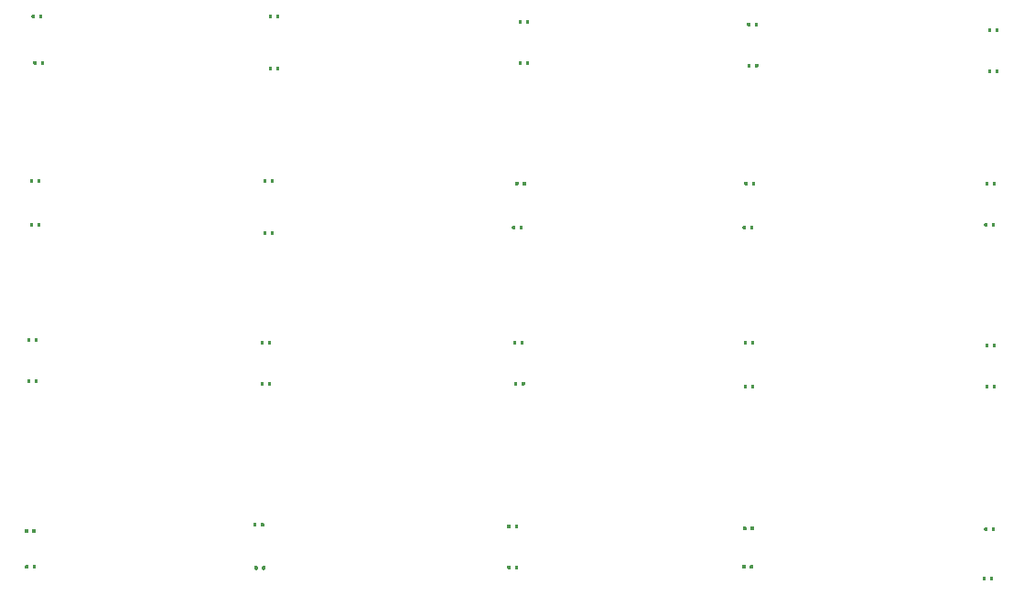
<source format=gbr>
G04 #@! TF.GenerationSoftware,KiCad,Pcbnew,5.1.5+dfsg1-2build2*
G04 #@! TF.CreationDate,2020-12-13T15:53:48+04:00*
G04 #@! TF.ProjectId,raspberryButton1,72617370-6265-4727-9279-427574746f6e,rev?*
G04 #@! TF.SameCoordinates,Original*
G04 #@! TF.FileFunction,Paste,Top*
G04 #@! TF.FilePolarity,Positive*
%FSLAX46Y46*%
G04 Gerber Fmt 4.6, Leading zero omitted, Abs format (unit mm)*
G04 Created by KiCad (PCBNEW 5.1.5+dfsg1-2build2) date 2020-12-13 15:53:48*
%MOMM*%
%LPD*%
G04 APERTURE LIST*
%ADD10C,0.100000*%
G04 APERTURE END LIST*
D10*
G36*
X118598212Y-91458503D02*
G01*
X118605930Y-91459648D01*
X118613498Y-91461543D01*
X118620843Y-91464172D01*
X118627896Y-91467507D01*
X118634588Y-91471518D01*
X118640854Y-91476166D01*
X118646635Y-91481405D01*
X118651874Y-91487186D01*
X118656522Y-91493452D01*
X118660533Y-91500144D01*
X118663868Y-91507197D01*
X118666497Y-91514542D01*
X118668392Y-91522110D01*
X118669537Y-91529828D01*
X118669920Y-91537620D01*
X118669920Y-91738620D01*
X118669537Y-91746412D01*
X118668392Y-91754130D01*
X118666497Y-91761698D01*
X118663868Y-91769043D01*
X118660533Y-91776096D01*
X118656522Y-91782788D01*
X118651874Y-91789054D01*
X118646635Y-91794835D01*
X118640854Y-91800074D01*
X118634588Y-91804722D01*
X118627896Y-91808733D01*
X118620843Y-91812068D01*
X118613498Y-91814697D01*
X118605930Y-91816592D01*
X118598212Y-91817737D01*
X118590420Y-91818120D01*
X118431420Y-91818120D01*
X118423628Y-91817737D01*
X118415910Y-91816592D01*
X118408342Y-91814697D01*
X118400997Y-91812068D01*
X118393944Y-91808733D01*
X118387252Y-91804722D01*
X118380986Y-91800074D01*
X118375205Y-91794835D01*
X118369966Y-91789054D01*
X118365318Y-91782788D01*
X118361307Y-91776096D01*
X118357972Y-91769043D01*
X118355343Y-91761698D01*
X118353448Y-91754130D01*
X118352303Y-91746412D01*
X118351920Y-91738620D01*
X118351920Y-91537620D01*
X118352303Y-91529828D01*
X118353448Y-91522110D01*
X118355343Y-91514542D01*
X118357972Y-91507197D01*
X118361307Y-91500144D01*
X118365318Y-91493452D01*
X118369966Y-91487186D01*
X118375205Y-91481405D01*
X118380986Y-91476166D01*
X118387252Y-91471518D01*
X118393944Y-91467507D01*
X118400997Y-91464172D01*
X118408342Y-91461543D01*
X118415910Y-91459648D01*
X118423628Y-91458503D01*
X118431420Y-91458120D01*
X118590420Y-91458120D01*
X118598212Y-91458503D01*
G37*
G36*
X117908212Y-91458503D02*
G01*
X117915930Y-91459648D01*
X117923498Y-91461543D01*
X117930843Y-91464172D01*
X117937896Y-91467507D01*
X117944588Y-91471518D01*
X117950854Y-91476166D01*
X117956635Y-91481405D01*
X117961874Y-91487186D01*
X117966522Y-91493452D01*
X117970533Y-91500144D01*
X117973868Y-91507197D01*
X117976497Y-91514542D01*
X117978392Y-91522110D01*
X117979537Y-91529828D01*
X117979920Y-91537620D01*
X117979920Y-91738620D01*
X117979537Y-91746412D01*
X117978392Y-91754130D01*
X117976497Y-91761698D01*
X117973868Y-91769043D01*
X117970533Y-91776096D01*
X117966522Y-91782788D01*
X117961874Y-91789054D01*
X117956635Y-91794835D01*
X117950854Y-91800074D01*
X117944588Y-91804722D01*
X117937896Y-91808733D01*
X117930843Y-91812068D01*
X117923498Y-91814697D01*
X117915930Y-91816592D01*
X117908212Y-91817737D01*
X117900420Y-91818120D01*
X117741420Y-91818120D01*
X117733628Y-91817737D01*
X117725910Y-91816592D01*
X117718342Y-91814697D01*
X117710997Y-91812068D01*
X117703944Y-91808733D01*
X117697252Y-91804722D01*
X117690986Y-91800074D01*
X117685205Y-91794835D01*
X117679966Y-91789054D01*
X117675318Y-91782788D01*
X117671307Y-91776096D01*
X117667972Y-91769043D01*
X117665343Y-91761698D01*
X117663448Y-91754130D01*
X117662303Y-91746412D01*
X117661920Y-91738620D01*
X117661920Y-91537620D01*
X117662303Y-91529828D01*
X117663448Y-91522110D01*
X117665343Y-91514542D01*
X117667972Y-91507197D01*
X117671307Y-91500144D01*
X117675318Y-91493452D01*
X117679966Y-91487186D01*
X117685205Y-91481405D01*
X117690986Y-91476166D01*
X117697252Y-91471518D01*
X117703944Y-91467507D01*
X117710997Y-91464172D01*
X117718342Y-91461543D01*
X117725910Y-91459648D01*
X117733628Y-91458503D01*
X117741420Y-91458120D01*
X117900420Y-91458120D01*
X117908212Y-91458503D01*
G37*
G36*
X118618492Y-94780823D02*
G01*
X118626210Y-94781968D01*
X118633778Y-94783863D01*
X118641123Y-94786492D01*
X118648176Y-94789827D01*
X118654868Y-94793838D01*
X118661134Y-94798486D01*
X118666915Y-94803725D01*
X118672154Y-94809506D01*
X118676802Y-94815772D01*
X118680813Y-94822464D01*
X118684148Y-94829517D01*
X118686777Y-94836862D01*
X118688672Y-94844430D01*
X118689817Y-94852148D01*
X118690200Y-94859940D01*
X118690200Y-95060940D01*
X118689817Y-95068732D01*
X118688672Y-95076450D01*
X118686777Y-95084018D01*
X118684148Y-95091363D01*
X118680813Y-95098416D01*
X118676802Y-95105108D01*
X118672154Y-95111374D01*
X118666915Y-95117155D01*
X118661134Y-95122394D01*
X118654868Y-95127042D01*
X118648176Y-95131053D01*
X118641123Y-95134388D01*
X118633778Y-95137017D01*
X118626210Y-95138912D01*
X118618492Y-95140057D01*
X118610700Y-95140440D01*
X118451700Y-95140440D01*
X118443908Y-95140057D01*
X118436190Y-95138912D01*
X118428622Y-95137017D01*
X118421277Y-95134388D01*
X118414224Y-95131053D01*
X118407532Y-95127042D01*
X118401266Y-95122394D01*
X118395485Y-95117155D01*
X118390246Y-95111374D01*
X118385598Y-95105108D01*
X118381587Y-95098416D01*
X118378252Y-95091363D01*
X118375623Y-95084018D01*
X118373728Y-95076450D01*
X118372583Y-95068732D01*
X118372200Y-95060940D01*
X118372200Y-94859940D01*
X118372583Y-94852148D01*
X118373728Y-94844430D01*
X118375623Y-94836862D01*
X118378252Y-94829517D01*
X118381587Y-94822464D01*
X118385598Y-94815772D01*
X118390246Y-94809506D01*
X118395485Y-94803725D01*
X118401266Y-94798486D01*
X118407532Y-94793838D01*
X118414224Y-94789827D01*
X118421277Y-94786492D01*
X118428622Y-94783863D01*
X118436190Y-94781968D01*
X118443908Y-94780823D01*
X118451700Y-94780440D01*
X118610700Y-94780440D01*
X118618492Y-94780823D01*
G37*
G36*
X117928492Y-94780823D02*
G01*
X117936210Y-94781968D01*
X117943778Y-94783863D01*
X117951123Y-94786492D01*
X117958176Y-94789827D01*
X117964868Y-94793838D01*
X117971134Y-94798486D01*
X117976915Y-94803725D01*
X117982154Y-94809506D01*
X117986802Y-94815772D01*
X117990813Y-94822464D01*
X117994148Y-94829517D01*
X117996777Y-94836862D01*
X117998672Y-94844430D01*
X117999817Y-94852148D01*
X118000200Y-94859940D01*
X118000200Y-95060940D01*
X117999817Y-95068732D01*
X117998672Y-95076450D01*
X117996777Y-95084018D01*
X117994148Y-95091363D01*
X117990813Y-95098416D01*
X117986802Y-95105108D01*
X117982154Y-95111374D01*
X117976915Y-95117155D01*
X117971134Y-95122394D01*
X117964868Y-95127042D01*
X117958176Y-95131053D01*
X117951123Y-95134388D01*
X117943778Y-95137017D01*
X117936210Y-95138912D01*
X117928492Y-95140057D01*
X117920700Y-95140440D01*
X117761700Y-95140440D01*
X117753908Y-95140057D01*
X117746190Y-95138912D01*
X117738622Y-95137017D01*
X117731277Y-95134388D01*
X117724224Y-95131053D01*
X117717532Y-95127042D01*
X117711266Y-95122394D01*
X117705485Y-95117155D01*
X117700246Y-95111374D01*
X117695598Y-95105108D01*
X117691587Y-95098416D01*
X117688252Y-95091363D01*
X117685623Y-95084018D01*
X117683728Y-95076450D01*
X117682583Y-95068732D01*
X117682200Y-95060940D01*
X117682200Y-94859940D01*
X117682583Y-94852148D01*
X117683728Y-94844430D01*
X117685623Y-94836862D01*
X117688252Y-94829517D01*
X117691587Y-94822464D01*
X117695598Y-94815772D01*
X117700246Y-94809506D01*
X117705485Y-94803725D01*
X117711266Y-94798486D01*
X117717532Y-94793838D01*
X117724224Y-94789827D01*
X117731277Y-94786492D01*
X117738622Y-94783863D01*
X117746190Y-94781968D01*
X117753908Y-94780823D01*
X117761700Y-94780440D01*
X117920700Y-94780440D01*
X117928492Y-94780823D01*
G37*
G36*
X139712292Y-90874383D02*
G01*
X139720010Y-90875528D01*
X139727578Y-90877423D01*
X139734923Y-90880052D01*
X139741976Y-90883387D01*
X139748668Y-90887398D01*
X139754934Y-90892046D01*
X139760715Y-90897285D01*
X139765954Y-90903066D01*
X139770602Y-90909332D01*
X139774613Y-90916024D01*
X139777948Y-90923077D01*
X139780577Y-90930422D01*
X139782472Y-90937990D01*
X139783617Y-90945708D01*
X139784000Y-90953500D01*
X139784000Y-91154500D01*
X139783617Y-91162292D01*
X139782472Y-91170010D01*
X139780577Y-91177578D01*
X139777948Y-91184923D01*
X139774613Y-91191976D01*
X139770602Y-91198668D01*
X139765954Y-91204934D01*
X139760715Y-91210715D01*
X139754934Y-91215954D01*
X139748668Y-91220602D01*
X139741976Y-91224613D01*
X139734923Y-91227948D01*
X139727578Y-91230577D01*
X139720010Y-91232472D01*
X139712292Y-91233617D01*
X139704500Y-91234000D01*
X139545500Y-91234000D01*
X139537708Y-91233617D01*
X139529990Y-91232472D01*
X139522422Y-91230577D01*
X139515077Y-91227948D01*
X139508024Y-91224613D01*
X139501332Y-91220602D01*
X139495066Y-91215954D01*
X139489285Y-91210715D01*
X139484046Y-91204934D01*
X139479398Y-91198668D01*
X139475387Y-91191976D01*
X139472052Y-91184923D01*
X139469423Y-91177578D01*
X139467528Y-91170010D01*
X139466383Y-91162292D01*
X139466000Y-91154500D01*
X139466000Y-90953500D01*
X139466383Y-90945708D01*
X139467528Y-90937990D01*
X139469423Y-90930422D01*
X139472052Y-90923077D01*
X139475387Y-90916024D01*
X139479398Y-90909332D01*
X139484046Y-90903066D01*
X139489285Y-90897285D01*
X139495066Y-90892046D01*
X139501332Y-90887398D01*
X139508024Y-90883387D01*
X139515077Y-90880052D01*
X139522422Y-90877423D01*
X139529990Y-90875528D01*
X139537708Y-90874383D01*
X139545500Y-90874000D01*
X139704500Y-90874000D01*
X139712292Y-90874383D01*
G37*
G36*
X139022292Y-90874383D02*
G01*
X139030010Y-90875528D01*
X139037578Y-90877423D01*
X139044923Y-90880052D01*
X139051976Y-90883387D01*
X139058668Y-90887398D01*
X139064934Y-90892046D01*
X139070715Y-90897285D01*
X139075954Y-90903066D01*
X139080602Y-90909332D01*
X139084613Y-90916024D01*
X139087948Y-90923077D01*
X139090577Y-90930422D01*
X139092472Y-90937990D01*
X139093617Y-90945708D01*
X139094000Y-90953500D01*
X139094000Y-91154500D01*
X139093617Y-91162292D01*
X139092472Y-91170010D01*
X139090577Y-91177578D01*
X139087948Y-91184923D01*
X139084613Y-91191976D01*
X139080602Y-91198668D01*
X139075954Y-91204934D01*
X139070715Y-91210715D01*
X139064934Y-91215954D01*
X139058668Y-91220602D01*
X139051976Y-91224613D01*
X139044923Y-91227948D01*
X139037578Y-91230577D01*
X139030010Y-91232472D01*
X139022292Y-91233617D01*
X139014500Y-91234000D01*
X138855500Y-91234000D01*
X138847708Y-91233617D01*
X138839990Y-91232472D01*
X138832422Y-91230577D01*
X138825077Y-91227948D01*
X138818024Y-91224613D01*
X138811332Y-91220602D01*
X138805066Y-91215954D01*
X138799285Y-91210715D01*
X138794046Y-91204934D01*
X138789398Y-91198668D01*
X138785387Y-91191976D01*
X138782052Y-91184923D01*
X138779423Y-91177578D01*
X138777528Y-91170010D01*
X138776383Y-91162292D01*
X138776000Y-91154500D01*
X138776000Y-90953500D01*
X138776383Y-90945708D01*
X138777528Y-90937990D01*
X138779423Y-90930422D01*
X138782052Y-90923077D01*
X138785387Y-90916024D01*
X138789398Y-90909332D01*
X138794046Y-90903066D01*
X138799285Y-90897285D01*
X138805066Y-90892046D01*
X138811332Y-90887398D01*
X138818024Y-90883387D01*
X138825077Y-90880052D01*
X138832422Y-90877423D01*
X138839990Y-90875528D01*
X138847708Y-90874383D01*
X138855500Y-90874000D01*
X139014500Y-90874000D01*
X139022292Y-90874383D01*
G37*
G36*
X139142292Y-94874383D02*
G01*
X139150010Y-94875528D01*
X139157578Y-94877423D01*
X139164923Y-94880052D01*
X139171976Y-94883387D01*
X139178668Y-94887398D01*
X139184934Y-94892046D01*
X139190715Y-94897285D01*
X139195954Y-94903066D01*
X139200602Y-94909332D01*
X139204613Y-94916024D01*
X139207948Y-94923077D01*
X139210577Y-94930422D01*
X139212472Y-94937990D01*
X139213617Y-94945708D01*
X139214000Y-94953500D01*
X139214000Y-95154500D01*
X139213617Y-95162292D01*
X139212472Y-95170010D01*
X139210577Y-95177578D01*
X139207948Y-95184923D01*
X139204613Y-95191976D01*
X139200602Y-95198668D01*
X139195954Y-95204934D01*
X139190715Y-95210715D01*
X139184934Y-95215954D01*
X139178668Y-95220602D01*
X139171976Y-95224613D01*
X139164923Y-95227948D01*
X139157578Y-95230577D01*
X139150010Y-95232472D01*
X139142292Y-95233617D01*
X139134500Y-95234000D01*
X138975500Y-95234000D01*
X138967708Y-95233617D01*
X138959990Y-95232472D01*
X138952422Y-95230577D01*
X138945077Y-95227948D01*
X138938024Y-95224613D01*
X138931332Y-95220602D01*
X138925066Y-95215954D01*
X138919285Y-95210715D01*
X138914046Y-95204934D01*
X138909398Y-95198668D01*
X138905387Y-95191976D01*
X138902052Y-95184923D01*
X138899423Y-95177578D01*
X138897528Y-95170010D01*
X138896383Y-95162292D01*
X138896000Y-95154500D01*
X138896000Y-94953500D01*
X138896383Y-94945708D01*
X138897528Y-94937990D01*
X138899423Y-94930422D01*
X138902052Y-94923077D01*
X138905387Y-94916024D01*
X138909398Y-94909332D01*
X138914046Y-94903066D01*
X138919285Y-94897285D01*
X138925066Y-94892046D01*
X138931332Y-94887398D01*
X138938024Y-94883387D01*
X138945077Y-94880052D01*
X138952422Y-94877423D01*
X138959990Y-94875528D01*
X138967708Y-94874383D01*
X138975500Y-94874000D01*
X139134500Y-94874000D01*
X139142292Y-94874383D01*
G37*
G36*
X139832292Y-94874383D02*
G01*
X139840010Y-94875528D01*
X139847578Y-94877423D01*
X139854923Y-94880052D01*
X139861976Y-94883387D01*
X139868668Y-94887398D01*
X139874934Y-94892046D01*
X139880715Y-94897285D01*
X139885954Y-94903066D01*
X139890602Y-94909332D01*
X139894613Y-94916024D01*
X139897948Y-94923077D01*
X139900577Y-94930422D01*
X139902472Y-94937990D01*
X139903617Y-94945708D01*
X139904000Y-94953500D01*
X139904000Y-95154500D01*
X139903617Y-95162292D01*
X139902472Y-95170010D01*
X139900577Y-95177578D01*
X139897948Y-95184923D01*
X139894613Y-95191976D01*
X139890602Y-95198668D01*
X139885954Y-95204934D01*
X139880715Y-95210715D01*
X139874934Y-95215954D01*
X139868668Y-95220602D01*
X139861976Y-95224613D01*
X139854923Y-95227948D01*
X139847578Y-95230577D01*
X139840010Y-95232472D01*
X139832292Y-95233617D01*
X139824500Y-95234000D01*
X139665500Y-95234000D01*
X139657708Y-95233617D01*
X139649990Y-95232472D01*
X139642422Y-95230577D01*
X139635077Y-95227948D01*
X139628024Y-95224613D01*
X139621332Y-95220602D01*
X139615066Y-95215954D01*
X139609285Y-95210715D01*
X139604046Y-95204934D01*
X139599398Y-95198668D01*
X139595387Y-95191976D01*
X139592052Y-95184923D01*
X139589423Y-95177578D01*
X139587528Y-95170010D01*
X139586383Y-95162292D01*
X139586000Y-95154500D01*
X139586000Y-94953500D01*
X139586383Y-94945708D01*
X139587528Y-94937990D01*
X139589423Y-94930422D01*
X139592052Y-94923077D01*
X139595387Y-94916024D01*
X139599398Y-94909332D01*
X139604046Y-94903066D01*
X139609285Y-94897285D01*
X139615066Y-94892046D01*
X139621332Y-94887398D01*
X139628024Y-94883387D01*
X139635077Y-94880052D01*
X139642422Y-94877423D01*
X139649990Y-94875528D01*
X139657708Y-94874383D01*
X139665500Y-94874000D01*
X139824500Y-94874000D01*
X139832292Y-94874383D01*
G37*
G36*
X162542292Y-91020383D02*
G01*
X162550010Y-91021528D01*
X162557578Y-91023423D01*
X162564923Y-91026052D01*
X162571976Y-91029387D01*
X162578668Y-91033398D01*
X162584934Y-91038046D01*
X162590715Y-91043285D01*
X162595954Y-91049066D01*
X162600602Y-91055332D01*
X162604613Y-91062024D01*
X162607948Y-91069077D01*
X162610577Y-91076422D01*
X162612472Y-91083990D01*
X162613617Y-91091708D01*
X162614000Y-91099500D01*
X162614000Y-91300500D01*
X162613617Y-91308292D01*
X162612472Y-91316010D01*
X162610577Y-91323578D01*
X162607948Y-91330923D01*
X162604613Y-91337976D01*
X162600602Y-91344668D01*
X162595954Y-91350934D01*
X162590715Y-91356715D01*
X162584934Y-91361954D01*
X162578668Y-91366602D01*
X162571976Y-91370613D01*
X162564923Y-91373948D01*
X162557578Y-91376577D01*
X162550010Y-91378472D01*
X162542292Y-91379617D01*
X162534500Y-91380000D01*
X162375500Y-91380000D01*
X162367708Y-91379617D01*
X162359990Y-91378472D01*
X162352422Y-91376577D01*
X162345077Y-91373948D01*
X162338024Y-91370613D01*
X162331332Y-91366602D01*
X162325066Y-91361954D01*
X162319285Y-91356715D01*
X162314046Y-91350934D01*
X162309398Y-91344668D01*
X162305387Y-91337976D01*
X162302052Y-91330923D01*
X162299423Y-91323578D01*
X162297528Y-91316010D01*
X162296383Y-91308292D01*
X162296000Y-91300500D01*
X162296000Y-91099500D01*
X162296383Y-91091708D01*
X162297528Y-91083990D01*
X162299423Y-91076422D01*
X162302052Y-91069077D01*
X162305387Y-91062024D01*
X162309398Y-91055332D01*
X162314046Y-91049066D01*
X162319285Y-91043285D01*
X162325066Y-91038046D01*
X162331332Y-91033398D01*
X162338024Y-91029387D01*
X162345077Y-91026052D01*
X162352422Y-91023423D01*
X162359990Y-91021528D01*
X162367708Y-91020383D01*
X162375500Y-91020000D01*
X162534500Y-91020000D01*
X162542292Y-91020383D01*
G37*
G36*
X163232292Y-91020383D02*
G01*
X163240010Y-91021528D01*
X163247578Y-91023423D01*
X163254923Y-91026052D01*
X163261976Y-91029387D01*
X163268668Y-91033398D01*
X163274934Y-91038046D01*
X163280715Y-91043285D01*
X163285954Y-91049066D01*
X163290602Y-91055332D01*
X163294613Y-91062024D01*
X163297948Y-91069077D01*
X163300577Y-91076422D01*
X163302472Y-91083990D01*
X163303617Y-91091708D01*
X163304000Y-91099500D01*
X163304000Y-91300500D01*
X163303617Y-91308292D01*
X163302472Y-91316010D01*
X163300577Y-91323578D01*
X163297948Y-91330923D01*
X163294613Y-91337976D01*
X163290602Y-91344668D01*
X163285954Y-91350934D01*
X163280715Y-91356715D01*
X163274934Y-91361954D01*
X163268668Y-91366602D01*
X163261976Y-91370613D01*
X163254923Y-91373948D01*
X163247578Y-91376577D01*
X163240010Y-91378472D01*
X163232292Y-91379617D01*
X163224500Y-91380000D01*
X163065500Y-91380000D01*
X163057708Y-91379617D01*
X163049990Y-91378472D01*
X163042422Y-91376577D01*
X163035077Y-91373948D01*
X163028024Y-91370613D01*
X163021332Y-91366602D01*
X163015066Y-91361954D01*
X163009285Y-91356715D01*
X163004046Y-91350934D01*
X162999398Y-91344668D01*
X162995387Y-91337976D01*
X162992052Y-91330923D01*
X162989423Y-91323578D01*
X162987528Y-91316010D01*
X162986383Y-91308292D01*
X162986000Y-91300500D01*
X162986000Y-91099500D01*
X162986383Y-91091708D01*
X162987528Y-91083990D01*
X162989423Y-91076422D01*
X162992052Y-91069077D01*
X162995387Y-91062024D01*
X162999398Y-91055332D01*
X163004046Y-91049066D01*
X163009285Y-91043285D01*
X163015066Y-91038046D01*
X163021332Y-91033398D01*
X163028024Y-91029387D01*
X163035077Y-91026052D01*
X163042422Y-91023423D01*
X163049990Y-91021528D01*
X163057708Y-91020383D01*
X163065500Y-91020000D01*
X163224500Y-91020000D01*
X163232292Y-91020383D01*
G37*
G36*
X163232292Y-94820383D02*
G01*
X163240010Y-94821528D01*
X163247578Y-94823423D01*
X163254923Y-94826052D01*
X163261976Y-94829387D01*
X163268668Y-94833398D01*
X163274934Y-94838046D01*
X163280715Y-94843285D01*
X163285954Y-94849066D01*
X163290602Y-94855332D01*
X163294613Y-94862024D01*
X163297948Y-94869077D01*
X163300577Y-94876422D01*
X163302472Y-94883990D01*
X163303617Y-94891708D01*
X163304000Y-94899500D01*
X163304000Y-95100500D01*
X163303617Y-95108292D01*
X163302472Y-95116010D01*
X163300577Y-95123578D01*
X163297948Y-95130923D01*
X163294613Y-95137976D01*
X163290602Y-95144668D01*
X163285954Y-95150934D01*
X163280715Y-95156715D01*
X163274934Y-95161954D01*
X163268668Y-95166602D01*
X163261976Y-95170613D01*
X163254923Y-95173948D01*
X163247578Y-95176577D01*
X163240010Y-95178472D01*
X163232292Y-95179617D01*
X163224500Y-95180000D01*
X163065500Y-95180000D01*
X163057708Y-95179617D01*
X163049990Y-95178472D01*
X163042422Y-95176577D01*
X163035077Y-95173948D01*
X163028024Y-95170613D01*
X163021332Y-95166602D01*
X163015066Y-95161954D01*
X163009285Y-95156715D01*
X163004046Y-95150934D01*
X162999398Y-95144668D01*
X162995387Y-95137976D01*
X162992052Y-95130923D01*
X162989423Y-95123578D01*
X162987528Y-95116010D01*
X162986383Y-95108292D01*
X162986000Y-95100500D01*
X162986000Y-94899500D01*
X162986383Y-94891708D01*
X162987528Y-94883990D01*
X162989423Y-94876422D01*
X162992052Y-94869077D01*
X162995387Y-94862024D01*
X162999398Y-94855332D01*
X163004046Y-94849066D01*
X163009285Y-94843285D01*
X163015066Y-94838046D01*
X163021332Y-94833398D01*
X163028024Y-94829387D01*
X163035077Y-94826052D01*
X163042422Y-94823423D01*
X163049990Y-94821528D01*
X163057708Y-94820383D01*
X163065500Y-94820000D01*
X163224500Y-94820000D01*
X163232292Y-94820383D01*
G37*
G36*
X162542292Y-94820383D02*
G01*
X162550010Y-94821528D01*
X162557578Y-94823423D01*
X162564923Y-94826052D01*
X162571976Y-94829387D01*
X162578668Y-94833398D01*
X162584934Y-94838046D01*
X162590715Y-94843285D01*
X162595954Y-94849066D01*
X162600602Y-94855332D01*
X162604613Y-94862024D01*
X162607948Y-94869077D01*
X162610577Y-94876422D01*
X162612472Y-94883990D01*
X162613617Y-94891708D01*
X162614000Y-94899500D01*
X162614000Y-95100500D01*
X162613617Y-95108292D01*
X162612472Y-95116010D01*
X162610577Y-95123578D01*
X162607948Y-95130923D01*
X162604613Y-95137976D01*
X162600602Y-95144668D01*
X162595954Y-95150934D01*
X162590715Y-95156715D01*
X162584934Y-95161954D01*
X162578668Y-95166602D01*
X162571976Y-95170613D01*
X162564923Y-95173948D01*
X162557578Y-95176577D01*
X162550010Y-95178472D01*
X162542292Y-95179617D01*
X162534500Y-95180000D01*
X162375500Y-95180000D01*
X162367708Y-95179617D01*
X162359990Y-95178472D01*
X162352422Y-95176577D01*
X162345077Y-95173948D01*
X162338024Y-95170613D01*
X162331332Y-95166602D01*
X162325066Y-95161954D01*
X162319285Y-95156715D01*
X162314046Y-95150934D01*
X162309398Y-95144668D01*
X162305387Y-95137976D01*
X162302052Y-95130923D01*
X162299423Y-95123578D01*
X162297528Y-95116010D01*
X162296383Y-95108292D01*
X162296000Y-95100500D01*
X162296000Y-94899500D01*
X162296383Y-94891708D01*
X162297528Y-94883990D01*
X162299423Y-94876422D01*
X162302052Y-94869077D01*
X162305387Y-94862024D01*
X162309398Y-94855332D01*
X162314046Y-94849066D01*
X162319285Y-94843285D01*
X162325066Y-94838046D01*
X162331332Y-94833398D01*
X162338024Y-94829387D01*
X162345077Y-94826052D01*
X162352422Y-94823423D01*
X162359990Y-94821528D01*
X162367708Y-94820383D01*
X162375500Y-94820000D01*
X162534500Y-94820000D01*
X162542292Y-94820383D01*
G37*
G36*
X185032292Y-91220383D02*
G01*
X185040010Y-91221528D01*
X185047578Y-91223423D01*
X185054923Y-91226052D01*
X185061976Y-91229387D01*
X185068668Y-91233398D01*
X185074934Y-91238046D01*
X185080715Y-91243285D01*
X185085954Y-91249066D01*
X185090602Y-91255332D01*
X185094613Y-91262024D01*
X185097948Y-91269077D01*
X185100577Y-91276422D01*
X185102472Y-91283990D01*
X185103617Y-91291708D01*
X185104000Y-91299500D01*
X185104000Y-91500500D01*
X185103617Y-91508292D01*
X185102472Y-91516010D01*
X185100577Y-91523578D01*
X185097948Y-91530923D01*
X185094613Y-91537976D01*
X185090602Y-91544668D01*
X185085954Y-91550934D01*
X185080715Y-91556715D01*
X185074934Y-91561954D01*
X185068668Y-91566602D01*
X185061976Y-91570613D01*
X185054923Y-91573948D01*
X185047578Y-91576577D01*
X185040010Y-91578472D01*
X185032292Y-91579617D01*
X185024500Y-91580000D01*
X184865500Y-91580000D01*
X184857708Y-91579617D01*
X184849990Y-91578472D01*
X184842422Y-91576577D01*
X184835077Y-91573948D01*
X184828024Y-91570613D01*
X184821332Y-91566602D01*
X184815066Y-91561954D01*
X184809285Y-91556715D01*
X184804046Y-91550934D01*
X184799398Y-91544668D01*
X184795387Y-91537976D01*
X184792052Y-91530923D01*
X184789423Y-91523578D01*
X184787528Y-91516010D01*
X184786383Y-91508292D01*
X184786000Y-91500500D01*
X184786000Y-91299500D01*
X184786383Y-91291708D01*
X184787528Y-91283990D01*
X184789423Y-91276422D01*
X184792052Y-91269077D01*
X184795387Y-91262024D01*
X184799398Y-91255332D01*
X184804046Y-91249066D01*
X184809285Y-91243285D01*
X184815066Y-91238046D01*
X184821332Y-91233398D01*
X184828024Y-91229387D01*
X184835077Y-91226052D01*
X184842422Y-91223423D01*
X184849990Y-91221528D01*
X184857708Y-91220383D01*
X184865500Y-91220000D01*
X185024500Y-91220000D01*
X185032292Y-91220383D01*
G37*
G36*
X184342292Y-91220383D02*
G01*
X184350010Y-91221528D01*
X184357578Y-91223423D01*
X184364923Y-91226052D01*
X184371976Y-91229387D01*
X184378668Y-91233398D01*
X184384934Y-91238046D01*
X184390715Y-91243285D01*
X184395954Y-91249066D01*
X184400602Y-91255332D01*
X184404613Y-91262024D01*
X184407948Y-91269077D01*
X184410577Y-91276422D01*
X184412472Y-91283990D01*
X184413617Y-91291708D01*
X184414000Y-91299500D01*
X184414000Y-91500500D01*
X184413617Y-91508292D01*
X184412472Y-91516010D01*
X184410577Y-91523578D01*
X184407948Y-91530923D01*
X184404613Y-91537976D01*
X184400602Y-91544668D01*
X184395954Y-91550934D01*
X184390715Y-91556715D01*
X184384934Y-91561954D01*
X184378668Y-91566602D01*
X184371976Y-91570613D01*
X184364923Y-91573948D01*
X184357578Y-91576577D01*
X184350010Y-91578472D01*
X184342292Y-91579617D01*
X184334500Y-91580000D01*
X184175500Y-91580000D01*
X184167708Y-91579617D01*
X184159990Y-91578472D01*
X184152422Y-91576577D01*
X184145077Y-91573948D01*
X184138024Y-91570613D01*
X184131332Y-91566602D01*
X184125066Y-91561954D01*
X184119285Y-91556715D01*
X184114046Y-91550934D01*
X184109398Y-91544668D01*
X184105387Y-91537976D01*
X184102052Y-91530923D01*
X184099423Y-91523578D01*
X184097528Y-91516010D01*
X184096383Y-91508292D01*
X184096000Y-91500500D01*
X184096000Y-91299500D01*
X184096383Y-91291708D01*
X184097528Y-91283990D01*
X184099423Y-91276422D01*
X184102052Y-91269077D01*
X184105387Y-91262024D01*
X184109398Y-91255332D01*
X184114046Y-91249066D01*
X184119285Y-91243285D01*
X184125066Y-91238046D01*
X184131332Y-91233398D01*
X184138024Y-91229387D01*
X184145077Y-91226052D01*
X184152422Y-91223423D01*
X184159990Y-91221528D01*
X184167708Y-91220383D01*
X184175500Y-91220000D01*
X184334500Y-91220000D01*
X184342292Y-91220383D01*
G37*
G36*
X184292292Y-94760383D02*
G01*
X184300010Y-94761528D01*
X184307578Y-94763423D01*
X184314923Y-94766052D01*
X184321976Y-94769387D01*
X184328668Y-94773398D01*
X184334934Y-94778046D01*
X184340715Y-94783285D01*
X184345954Y-94789066D01*
X184350602Y-94795332D01*
X184354613Y-94802024D01*
X184357948Y-94809077D01*
X184360577Y-94816422D01*
X184362472Y-94823990D01*
X184363617Y-94831708D01*
X184364000Y-94839500D01*
X184364000Y-95040500D01*
X184363617Y-95048292D01*
X184362472Y-95056010D01*
X184360577Y-95063578D01*
X184357948Y-95070923D01*
X184354613Y-95077976D01*
X184350602Y-95084668D01*
X184345954Y-95090934D01*
X184340715Y-95096715D01*
X184334934Y-95101954D01*
X184328668Y-95106602D01*
X184321976Y-95110613D01*
X184314923Y-95113948D01*
X184307578Y-95116577D01*
X184300010Y-95118472D01*
X184292292Y-95119617D01*
X184284500Y-95120000D01*
X184125500Y-95120000D01*
X184117708Y-95119617D01*
X184109990Y-95118472D01*
X184102422Y-95116577D01*
X184095077Y-95113948D01*
X184088024Y-95110613D01*
X184081332Y-95106602D01*
X184075066Y-95101954D01*
X184069285Y-95096715D01*
X184064046Y-95090934D01*
X184059398Y-95084668D01*
X184055387Y-95077976D01*
X184052052Y-95070923D01*
X184049423Y-95063578D01*
X184047528Y-95056010D01*
X184046383Y-95048292D01*
X184046000Y-95040500D01*
X184046000Y-94839500D01*
X184046383Y-94831708D01*
X184047528Y-94823990D01*
X184049423Y-94816422D01*
X184052052Y-94809077D01*
X184055387Y-94802024D01*
X184059398Y-94795332D01*
X184064046Y-94789066D01*
X184069285Y-94783285D01*
X184075066Y-94778046D01*
X184081332Y-94773398D01*
X184088024Y-94769387D01*
X184095077Y-94766052D01*
X184102422Y-94763423D01*
X184109990Y-94761528D01*
X184117708Y-94760383D01*
X184125500Y-94760000D01*
X184284500Y-94760000D01*
X184292292Y-94760383D01*
G37*
G36*
X184982292Y-94760383D02*
G01*
X184990010Y-94761528D01*
X184997578Y-94763423D01*
X185004923Y-94766052D01*
X185011976Y-94769387D01*
X185018668Y-94773398D01*
X185024934Y-94778046D01*
X185030715Y-94783285D01*
X185035954Y-94789066D01*
X185040602Y-94795332D01*
X185044613Y-94802024D01*
X185047948Y-94809077D01*
X185050577Y-94816422D01*
X185052472Y-94823990D01*
X185053617Y-94831708D01*
X185054000Y-94839500D01*
X185054000Y-95040500D01*
X185053617Y-95048292D01*
X185052472Y-95056010D01*
X185050577Y-95063578D01*
X185047948Y-95070923D01*
X185044613Y-95077976D01*
X185040602Y-95084668D01*
X185035954Y-95090934D01*
X185030715Y-95096715D01*
X185024934Y-95101954D01*
X185018668Y-95106602D01*
X185011976Y-95110613D01*
X185004923Y-95113948D01*
X184997578Y-95116577D01*
X184990010Y-95118472D01*
X184982292Y-95119617D01*
X184974500Y-95120000D01*
X184815500Y-95120000D01*
X184807708Y-95119617D01*
X184799990Y-95118472D01*
X184792422Y-95116577D01*
X184785077Y-95113948D01*
X184778024Y-95110613D01*
X184771332Y-95106602D01*
X184765066Y-95101954D01*
X184759285Y-95096715D01*
X184754046Y-95090934D01*
X184749398Y-95084668D01*
X184745387Y-95077976D01*
X184742052Y-95070923D01*
X184739423Y-95063578D01*
X184737528Y-95056010D01*
X184736383Y-95048292D01*
X184736000Y-95040500D01*
X184736000Y-94839500D01*
X184736383Y-94831708D01*
X184737528Y-94823990D01*
X184739423Y-94816422D01*
X184742052Y-94809077D01*
X184745387Y-94802024D01*
X184749398Y-94795332D01*
X184754046Y-94789066D01*
X184759285Y-94783285D01*
X184765066Y-94778046D01*
X184771332Y-94773398D01*
X184778024Y-94769387D01*
X184785077Y-94766052D01*
X184792422Y-94763423D01*
X184799990Y-94761528D01*
X184807708Y-94760383D01*
X184815500Y-94760000D01*
X184974500Y-94760000D01*
X184982292Y-94760383D01*
G37*
G36*
X206661292Y-91260383D02*
G01*
X206669010Y-91261528D01*
X206676578Y-91263423D01*
X206683923Y-91266052D01*
X206690976Y-91269387D01*
X206697668Y-91273398D01*
X206703934Y-91278046D01*
X206709715Y-91283285D01*
X206714954Y-91289066D01*
X206719602Y-91295332D01*
X206723613Y-91302024D01*
X206726948Y-91309077D01*
X206729577Y-91316422D01*
X206731472Y-91323990D01*
X206732617Y-91331708D01*
X206733000Y-91339500D01*
X206733000Y-91540500D01*
X206732617Y-91548292D01*
X206731472Y-91556010D01*
X206729577Y-91563578D01*
X206726948Y-91570923D01*
X206723613Y-91577976D01*
X206719602Y-91584668D01*
X206714954Y-91590934D01*
X206709715Y-91596715D01*
X206703934Y-91601954D01*
X206697668Y-91606602D01*
X206690976Y-91610613D01*
X206683923Y-91613948D01*
X206676578Y-91616577D01*
X206669010Y-91618472D01*
X206661292Y-91619617D01*
X206653500Y-91620000D01*
X206494500Y-91620000D01*
X206486708Y-91619617D01*
X206478990Y-91618472D01*
X206471422Y-91616577D01*
X206464077Y-91613948D01*
X206457024Y-91610613D01*
X206450332Y-91606602D01*
X206444066Y-91601954D01*
X206438285Y-91596715D01*
X206433046Y-91590934D01*
X206428398Y-91584668D01*
X206424387Y-91577976D01*
X206421052Y-91570923D01*
X206418423Y-91563578D01*
X206416528Y-91556010D01*
X206415383Y-91548292D01*
X206415000Y-91540500D01*
X206415000Y-91339500D01*
X206415383Y-91331708D01*
X206416528Y-91323990D01*
X206418423Y-91316422D01*
X206421052Y-91309077D01*
X206424387Y-91302024D01*
X206428398Y-91295332D01*
X206433046Y-91289066D01*
X206438285Y-91283285D01*
X206444066Y-91278046D01*
X206450332Y-91273398D01*
X206457024Y-91269387D01*
X206464077Y-91266052D01*
X206471422Y-91263423D01*
X206478990Y-91261528D01*
X206486708Y-91260383D01*
X206494500Y-91260000D01*
X206653500Y-91260000D01*
X206661292Y-91260383D01*
G37*
G36*
X207351292Y-91260383D02*
G01*
X207359010Y-91261528D01*
X207366578Y-91263423D01*
X207373923Y-91266052D01*
X207380976Y-91269387D01*
X207387668Y-91273398D01*
X207393934Y-91278046D01*
X207399715Y-91283285D01*
X207404954Y-91289066D01*
X207409602Y-91295332D01*
X207413613Y-91302024D01*
X207416948Y-91309077D01*
X207419577Y-91316422D01*
X207421472Y-91323990D01*
X207422617Y-91331708D01*
X207423000Y-91339500D01*
X207423000Y-91540500D01*
X207422617Y-91548292D01*
X207421472Y-91556010D01*
X207419577Y-91563578D01*
X207416948Y-91570923D01*
X207413613Y-91577976D01*
X207409602Y-91584668D01*
X207404954Y-91590934D01*
X207399715Y-91596715D01*
X207393934Y-91601954D01*
X207387668Y-91606602D01*
X207380976Y-91610613D01*
X207373923Y-91613948D01*
X207366578Y-91616577D01*
X207359010Y-91618472D01*
X207351292Y-91619617D01*
X207343500Y-91620000D01*
X207184500Y-91620000D01*
X207176708Y-91619617D01*
X207168990Y-91618472D01*
X207161422Y-91616577D01*
X207154077Y-91613948D01*
X207147024Y-91610613D01*
X207140332Y-91606602D01*
X207134066Y-91601954D01*
X207128285Y-91596715D01*
X207123046Y-91590934D01*
X207118398Y-91584668D01*
X207114387Y-91577976D01*
X207111052Y-91570923D01*
X207108423Y-91563578D01*
X207106528Y-91556010D01*
X207105383Y-91548292D01*
X207105000Y-91540500D01*
X207105000Y-91339500D01*
X207105383Y-91331708D01*
X207106528Y-91323990D01*
X207108423Y-91316422D01*
X207111052Y-91309077D01*
X207114387Y-91302024D01*
X207118398Y-91295332D01*
X207123046Y-91289066D01*
X207128285Y-91283285D01*
X207134066Y-91278046D01*
X207140332Y-91273398D01*
X207147024Y-91269387D01*
X207154077Y-91266052D01*
X207161422Y-91263423D01*
X207168990Y-91261528D01*
X207176708Y-91260383D01*
X207184500Y-91260000D01*
X207343500Y-91260000D01*
X207351292Y-91260383D01*
G37*
G36*
X207188292Y-95832383D02*
G01*
X207196010Y-95833528D01*
X207203578Y-95835423D01*
X207210923Y-95838052D01*
X207217976Y-95841387D01*
X207224668Y-95845398D01*
X207230934Y-95850046D01*
X207236715Y-95855285D01*
X207241954Y-95861066D01*
X207246602Y-95867332D01*
X207250613Y-95874024D01*
X207253948Y-95881077D01*
X207256577Y-95888422D01*
X207258472Y-95895990D01*
X207259617Y-95903708D01*
X207260000Y-95911500D01*
X207260000Y-96112500D01*
X207259617Y-96120292D01*
X207258472Y-96128010D01*
X207256577Y-96135578D01*
X207253948Y-96142923D01*
X207250613Y-96149976D01*
X207246602Y-96156668D01*
X207241954Y-96162934D01*
X207236715Y-96168715D01*
X207230934Y-96173954D01*
X207224668Y-96178602D01*
X207217976Y-96182613D01*
X207210923Y-96185948D01*
X207203578Y-96188577D01*
X207196010Y-96190472D01*
X207188292Y-96191617D01*
X207180500Y-96192000D01*
X207021500Y-96192000D01*
X207013708Y-96191617D01*
X207005990Y-96190472D01*
X206998422Y-96188577D01*
X206991077Y-96185948D01*
X206984024Y-96182613D01*
X206977332Y-96178602D01*
X206971066Y-96173954D01*
X206965285Y-96168715D01*
X206960046Y-96162934D01*
X206955398Y-96156668D01*
X206951387Y-96149976D01*
X206948052Y-96142923D01*
X206945423Y-96135578D01*
X206943528Y-96128010D01*
X206942383Y-96120292D01*
X206942000Y-96112500D01*
X206942000Y-95911500D01*
X206942383Y-95903708D01*
X206943528Y-95895990D01*
X206945423Y-95888422D01*
X206948052Y-95881077D01*
X206951387Y-95874024D01*
X206955398Y-95867332D01*
X206960046Y-95861066D01*
X206965285Y-95855285D01*
X206971066Y-95850046D01*
X206977332Y-95845398D01*
X206984024Y-95841387D01*
X206991077Y-95838052D01*
X206998422Y-95835423D01*
X207005990Y-95833528D01*
X207013708Y-95832383D01*
X207021500Y-95832000D01*
X207180500Y-95832000D01*
X207188292Y-95832383D01*
G37*
G36*
X206498292Y-95832383D02*
G01*
X206506010Y-95833528D01*
X206513578Y-95835423D01*
X206520923Y-95838052D01*
X206527976Y-95841387D01*
X206534668Y-95845398D01*
X206540934Y-95850046D01*
X206546715Y-95855285D01*
X206551954Y-95861066D01*
X206556602Y-95867332D01*
X206560613Y-95874024D01*
X206563948Y-95881077D01*
X206566577Y-95888422D01*
X206568472Y-95895990D01*
X206569617Y-95903708D01*
X206570000Y-95911500D01*
X206570000Y-96112500D01*
X206569617Y-96120292D01*
X206568472Y-96128010D01*
X206566577Y-96135578D01*
X206563948Y-96142923D01*
X206560613Y-96149976D01*
X206556602Y-96156668D01*
X206551954Y-96162934D01*
X206546715Y-96168715D01*
X206540934Y-96173954D01*
X206534668Y-96178602D01*
X206527976Y-96182613D01*
X206520923Y-96185948D01*
X206513578Y-96188577D01*
X206506010Y-96190472D01*
X206498292Y-96191617D01*
X206490500Y-96192000D01*
X206331500Y-96192000D01*
X206323708Y-96191617D01*
X206315990Y-96190472D01*
X206308422Y-96188577D01*
X206301077Y-96185948D01*
X206294024Y-96182613D01*
X206287332Y-96178602D01*
X206281066Y-96173954D01*
X206275285Y-96168715D01*
X206270046Y-96162934D01*
X206265398Y-96156668D01*
X206261387Y-96149976D01*
X206258052Y-96142923D01*
X206255423Y-96135578D01*
X206253528Y-96128010D01*
X206252383Y-96120292D01*
X206252000Y-96112500D01*
X206252000Y-95911500D01*
X206252383Y-95903708D01*
X206253528Y-95895990D01*
X206255423Y-95888422D01*
X206258052Y-95881077D01*
X206261387Y-95874024D01*
X206265398Y-95867332D01*
X206270046Y-95861066D01*
X206275285Y-95855285D01*
X206281066Y-95850046D01*
X206287332Y-95845398D01*
X206294024Y-95841387D01*
X206301077Y-95838052D01*
X206308422Y-95835423D01*
X206315990Y-95833528D01*
X206323708Y-95832383D01*
X206331500Y-95832000D01*
X206490500Y-95832000D01*
X206498292Y-95832383D01*
G37*
G36*
X118796292Y-73734383D02*
G01*
X118804010Y-73735528D01*
X118811578Y-73737423D01*
X118818923Y-73740052D01*
X118825976Y-73743387D01*
X118832668Y-73747398D01*
X118838934Y-73752046D01*
X118844715Y-73757285D01*
X118849954Y-73763066D01*
X118854602Y-73769332D01*
X118858613Y-73776024D01*
X118861948Y-73783077D01*
X118864577Y-73790422D01*
X118866472Y-73797990D01*
X118867617Y-73805708D01*
X118868000Y-73813500D01*
X118868000Y-74014500D01*
X118867617Y-74022292D01*
X118866472Y-74030010D01*
X118864577Y-74037578D01*
X118861948Y-74044923D01*
X118858613Y-74051976D01*
X118854602Y-74058668D01*
X118849954Y-74064934D01*
X118844715Y-74070715D01*
X118838934Y-74075954D01*
X118832668Y-74080602D01*
X118825976Y-74084613D01*
X118818923Y-74087948D01*
X118811578Y-74090577D01*
X118804010Y-74092472D01*
X118796292Y-74093617D01*
X118788500Y-74094000D01*
X118629500Y-74094000D01*
X118621708Y-74093617D01*
X118613990Y-74092472D01*
X118606422Y-74090577D01*
X118599077Y-74087948D01*
X118592024Y-74084613D01*
X118585332Y-74080602D01*
X118579066Y-74075954D01*
X118573285Y-74070715D01*
X118568046Y-74064934D01*
X118563398Y-74058668D01*
X118559387Y-74051976D01*
X118556052Y-74044923D01*
X118553423Y-74037578D01*
X118551528Y-74030010D01*
X118550383Y-74022292D01*
X118550000Y-74014500D01*
X118550000Y-73813500D01*
X118550383Y-73805708D01*
X118551528Y-73797990D01*
X118553423Y-73790422D01*
X118556052Y-73783077D01*
X118559387Y-73776024D01*
X118563398Y-73769332D01*
X118568046Y-73763066D01*
X118573285Y-73757285D01*
X118579066Y-73752046D01*
X118585332Y-73747398D01*
X118592024Y-73743387D01*
X118599077Y-73740052D01*
X118606422Y-73737423D01*
X118613990Y-73735528D01*
X118621708Y-73734383D01*
X118629500Y-73734000D01*
X118788500Y-73734000D01*
X118796292Y-73734383D01*
G37*
G36*
X118106292Y-73734383D02*
G01*
X118114010Y-73735528D01*
X118121578Y-73737423D01*
X118128923Y-73740052D01*
X118135976Y-73743387D01*
X118142668Y-73747398D01*
X118148934Y-73752046D01*
X118154715Y-73757285D01*
X118159954Y-73763066D01*
X118164602Y-73769332D01*
X118168613Y-73776024D01*
X118171948Y-73783077D01*
X118174577Y-73790422D01*
X118176472Y-73797990D01*
X118177617Y-73805708D01*
X118178000Y-73813500D01*
X118178000Y-74014500D01*
X118177617Y-74022292D01*
X118176472Y-74030010D01*
X118174577Y-74037578D01*
X118171948Y-74044923D01*
X118168613Y-74051976D01*
X118164602Y-74058668D01*
X118159954Y-74064934D01*
X118154715Y-74070715D01*
X118148934Y-74075954D01*
X118142668Y-74080602D01*
X118135976Y-74084613D01*
X118128923Y-74087948D01*
X118121578Y-74090577D01*
X118114010Y-74092472D01*
X118106292Y-74093617D01*
X118098500Y-74094000D01*
X117939500Y-74094000D01*
X117931708Y-74093617D01*
X117923990Y-74092472D01*
X117916422Y-74090577D01*
X117909077Y-74087948D01*
X117902024Y-74084613D01*
X117895332Y-74080602D01*
X117889066Y-74075954D01*
X117883285Y-74070715D01*
X117878046Y-74064934D01*
X117873398Y-74058668D01*
X117869387Y-74051976D01*
X117866052Y-74044923D01*
X117863423Y-74037578D01*
X117861528Y-74030010D01*
X117860383Y-74022292D01*
X117860000Y-74014500D01*
X117860000Y-73813500D01*
X117860383Y-73805708D01*
X117861528Y-73797990D01*
X117863423Y-73790422D01*
X117866052Y-73783077D01*
X117869387Y-73776024D01*
X117873398Y-73769332D01*
X117878046Y-73763066D01*
X117883285Y-73757285D01*
X117889066Y-73752046D01*
X117895332Y-73747398D01*
X117902024Y-73743387D01*
X117909077Y-73740052D01*
X117916422Y-73737423D01*
X117923990Y-73735528D01*
X117931708Y-73734383D01*
X117939500Y-73734000D01*
X118098500Y-73734000D01*
X118106292Y-73734383D01*
G37*
G36*
X118106292Y-77544383D02*
G01*
X118114010Y-77545528D01*
X118121578Y-77547423D01*
X118128923Y-77550052D01*
X118135976Y-77553387D01*
X118142668Y-77557398D01*
X118148934Y-77562046D01*
X118154715Y-77567285D01*
X118159954Y-77573066D01*
X118164602Y-77579332D01*
X118168613Y-77586024D01*
X118171948Y-77593077D01*
X118174577Y-77600422D01*
X118176472Y-77607990D01*
X118177617Y-77615708D01*
X118178000Y-77623500D01*
X118178000Y-77824500D01*
X118177617Y-77832292D01*
X118176472Y-77840010D01*
X118174577Y-77847578D01*
X118171948Y-77854923D01*
X118168613Y-77861976D01*
X118164602Y-77868668D01*
X118159954Y-77874934D01*
X118154715Y-77880715D01*
X118148934Y-77885954D01*
X118142668Y-77890602D01*
X118135976Y-77894613D01*
X118128923Y-77897948D01*
X118121578Y-77900577D01*
X118114010Y-77902472D01*
X118106292Y-77903617D01*
X118098500Y-77904000D01*
X117939500Y-77904000D01*
X117931708Y-77903617D01*
X117923990Y-77902472D01*
X117916422Y-77900577D01*
X117909077Y-77897948D01*
X117902024Y-77894613D01*
X117895332Y-77890602D01*
X117889066Y-77885954D01*
X117883285Y-77880715D01*
X117878046Y-77874934D01*
X117873398Y-77868668D01*
X117869387Y-77861976D01*
X117866052Y-77854923D01*
X117863423Y-77847578D01*
X117861528Y-77840010D01*
X117860383Y-77832292D01*
X117860000Y-77824500D01*
X117860000Y-77623500D01*
X117860383Y-77615708D01*
X117861528Y-77607990D01*
X117863423Y-77600422D01*
X117866052Y-77593077D01*
X117869387Y-77586024D01*
X117873398Y-77579332D01*
X117878046Y-77573066D01*
X117883285Y-77567285D01*
X117889066Y-77562046D01*
X117895332Y-77557398D01*
X117902024Y-77553387D01*
X117909077Y-77550052D01*
X117916422Y-77547423D01*
X117923990Y-77545528D01*
X117931708Y-77544383D01*
X117939500Y-77544000D01*
X118098500Y-77544000D01*
X118106292Y-77544383D01*
G37*
G36*
X118796292Y-77544383D02*
G01*
X118804010Y-77545528D01*
X118811578Y-77547423D01*
X118818923Y-77550052D01*
X118825976Y-77553387D01*
X118832668Y-77557398D01*
X118838934Y-77562046D01*
X118844715Y-77567285D01*
X118849954Y-77573066D01*
X118854602Y-77579332D01*
X118858613Y-77586024D01*
X118861948Y-77593077D01*
X118864577Y-77600422D01*
X118866472Y-77607990D01*
X118867617Y-77615708D01*
X118868000Y-77623500D01*
X118868000Y-77824500D01*
X118867617Y-77832292D01*
X118866472Y-77840010D01*
X118864577Y-77847578D01*
X118861948Y-77854923D01*
X118858613Y-77861976D01*
X118854602Y-77868668D01*
X118849954Y-77874934D01*
X118844715Y-77880715D01*
X118838934Y-77885954D01*
X118832668Y-77890602D01*
X118825976Y-77894613D01*
X118818923Y-77897948D01*
X118811578Y-77900577D01*
X118804010Y-77902472D01*
X118796292Y-77903617D01*
X118788500Y-77904000D01*
X118629500Y-77904000D01*
X118621708Y-77903617D01*
X118613990Y-77902472D01*
X118606422Y-77900577D01*
X118599077Y-77897948D01*
X118592024Y-77894613D01*
X118585332Y-77890602D01*
X118579066Y-77885954D01*
X118573285Y-77880715D01*
X118568046Y-77874934D01*
X118563398Y-77868668D01*
X118559387Y-77861976D01*
X118556052Y-77854923D01*
X118553423Y-77847578D01*
X118551528Y-77840010D01*
X118550383Y-77832292D01*
X118550000Y-77824500D01*
X118550000Y-77623500D01*
X118550383Y-77615708D01*
X118551528Y-77607990D01*
X118553423Y-77600422D01*
X118556052Y-77593077D01*
X118559387Y-77586024D01*
X118563398Y-77579332D01*
X118568046Y-77573066D01*
X118573285Y-77567285D01*
X118579066Y-77562046D01*
X118585332Y-77557398D01*
X118592024Y-77553387D01*
X118599077Y-77550052D01*
X118606422Y-77547423D01*
X118613990Y-77545528D01*
X118621708Y-77544383D01*
X118629500Y-77544000D01*
X118788500Y-77544000D01*
X118796292Y-77544383D01*
G37*
G36*
X139696292Y-73988383D02*
G01*
X139704010Y-73989528D01*
X139711578Y-73991423D01*
X139718923Y-73994052D01*
X139725976Y-73997387D01*
X139732668Y-74001398D01*
X139738934Y-74006046D01*
X139744715Y-74011285D01*
X139749954Y-74017066D01*
X139754602Y-74023332D01*
X139758613Y-74030024D01*
X139761948Y-74037077D01*
X139764577Y-74044422D01*
X139766472Y-74051990D01*
X139767617Y-74059708D01*
X139768000Y-74067500D01*
X139768000Y-74268500D01*
X139767617Y-74276292D01*
X139766472Y-74284010D01*
X139764577Y-74291578D01*
X139761948Y-74298923D01*
X139758613Y-74305976D01*
X139754602Y-74312668D01*
X139749954Y-74318934D01*
X139744715Y-74324715D01*
X139738934Y-74329954D01*
X139732668Y-74334602D01*
X139725976Y-74338613D01*
X139718923Y-74341948D01*
X139711578Y-74344577D01*
X139704010Y-74346472D01*
X139696292Y-74347617D01*
X139688500Y-74348000D01*
X139529500Y-74348000D01*
X139521708Y-74347617D01*
X139513990Y-74346472D01*
X139506422Y-74344577D01*
X139499077Y-74341948D01*
X139492024Y-74338613D01*
X139485332Y-74334602D01*
X139479066Y-74329954D01*
X139473285Y-74324715D01*
X139468046Y-74318934D01*
X139463398Y-74312668D01*
X139459387Y-74305976D01*
X139456052Y-74298923D01*
X139453423Y-74291578D01*
X139451528Y-74284010D01*
X139450383Y-74276292D01*
X139450000Y-74268500D01*
X139450000Y-74067500D01*
X139450383Y-74059708D01*
X139451528Y-74051990D01*
X139453423Y-74044422D01*
X139456052Y-74037077D01*
X139459387Y-74030024D01*
X139463398Y-74023332D01*
X139468046Y-74017066D01*
X139473285Y-74011285D01*
X139479066Y-74006046D01*
X139485332Y-74001398D01*
X139492024Y-73997387D01*
X139499077Y-73994052D01*
X139506422Y-73991423D01*
X139513990Y-73989528D01*
X139521708Y-73988383D01*
X139529500Y-73988000D01*
X139688500Y-73988000D01*
X139696292Y-73988383D01*
G37*
G36*
X140386292Y-73988383D02*
G01*
X140394010Y-73989528D01*
X140401578Y-73991423D01*
X140408923Y-73994052D01*
X140415976Y-73997387D01*
X140422668Y-74001398D01*
X140428934Y-74006046D01*
X140434715Y-74011285D01*
X140439954Y-74017066D01*
X140444602Y-74023332D01*
X140448613Y-74030024D01*
X140451948Y-74037077D01*
X140454577Y-74044422D01*
X140456472Y-74051990D01*
X140457617Y-74059708D01*
X140458000Y-74067500D01*
X140458000Y-74268500D01*
X140457617Y-74276292D01*
X140456472Y-74284010D01*
X140454577Y-74291578D01*
X140451948Y-74298923D01*
X140448613Y-74305976D01*
X140444602Y-74312668D01*
X140439954Y-74318934D01*
X140434715Y-74324715D01*
X140428934Y-74329954D01*
X140422668Y-74334602D01*
X140415976Y-74338613D01*
X140408923Y-74341948D01*
X140401578Y-74344577D01*
X140394010Y-74346472D01*
X140386292Y-74347617D01*
X140378500Y-74348000D01*
X140219500Y-74348000D01*
X140211708Y-74347617D01*
X140203990Y-74346472D01*
X140196422Y-74344577D01*
X140189077Y-74341948D01*
X140182024Y-74338613D01*
X140175332Y-74334602D01*
X140169066Y-74329954D01*
X140163285Y-74324715D01*
X140158046Y-74318934D01*
X140153398Y-74312668D01*
X140149387Y-74305976D01*
X140146052Y-74298923D01*
X140143423Y-74291578D01*
X140141528Y-74284010D01*
X140140383Y-74276292D01*
X140140000Y-74268500D01*
X140140000Y-74067500D01*
X140140383Y-74059708D01*
X140141528Y-74051990D01*
X140143423Y-74044422D01*
X140146052Y-74037077D01*
X140149387Y-74030024D01*
X140153398Y-74023332D01*
X140158046Y-74017066D01*
X140163285Y-74011285D01*
X140169066Y-74006046D01*
X140175332Y-74001398D01*
X140182024Y-73997387D01*
X140189077Y-73994052D01*
X140196422Y-73991423D01*
X140203990Y-73989528D01*
X140211708Y-73988383D01*
X140219500Y-73988000D01*
X140378500Y-73988000D01*
X140386292Y-73988383D01*
G37*
G36*
X140386292Y-77798383D02*
G01*
X140394010Y-77799528D01*
X140401578Y-77801423D01*
X140408923Y-77804052D01*
X140415976Y-77807387D01*
X140422668Y-77811398D01*
X140428934Y-77816046D01*
X140434715Y-77821285D01*
X140439954Y-77827066D01*
X140444602Y-77833332D01*
X140448613Y-77840024D01*
X140451948Y-77847077D01*
X140454577Y-77854422D01*
X140456472Y-77861990D01*
X140457617Y-77869708D01*
X140458000Y-77877500D01*
X140458000Y-78078500D01*
X140457617Y-78086292D01*
X140456472Y-78094010D01*
X140454577Y-78101578D01*
X140451948Y-78108923D01*
X140448613Y-78115976D01*
X140444602Y-78122668D01*
X140439954Y-78128934D01*
X140434715Y-78134715D01*
X140428934Y-78139954D01*
X140422668Y-78144602D01*
X140415976Y-78148613D01*
X140408923Y-78151948D01*
X140401578Y-78154577D01*
X140394010Y-78156472D01*
X140386292Y-78157617D01*
X140378500Y-78158000D01*
X140219500Y-78158000D01*
X140211708Y-78157617D01*
X140203990Y-78156472D01*
X140196422Y-78154577D01*
X140189077Y-78151948D01*
X140182024Y-78148613D01*
X140175332Y-78144602D01*
X140169066Y-78139954D01*
X140163285Y-78134715D01*
X140158046Y-78128934D01*
X140153398Y-78122668D01*
X140149387Y-78115976D01*
X140146052Y-78108923D01*
X140143423Y-78101578D01*
X140141528Y-78094010D01*
X140140383Y-78086292D01*
X140140000Y-78078500D01*
X140140000Y-77877500D01*
X140140383Y-77869708D01*
X140141528Y-77861990D01*
X140143423Y-77854422D01*
X140146052Y-77847077D01*
X140149387Y-77840024D01*
X140153398Y-77833332D01*
X140158046Y-77827066D01*
X140163285Y-77821285D01*
X140169066Y-77816046D01*
X140175332Y-77811398D01*
X140182024Y-77807387D01*
X140189077Y-77804052D01*
X140196422Y-77801423D01*
X140203990Y-77799528D01*
X140211708Y-77798383D01*
X140219500Y-77798000D01*
X140378500Y-77798000D01*
X140386292Y-77798383D01*
G37*
G36*
X139696292Y-77798383D02*
G01*
X139704010Y-77799528D01*
X139711578Y-77801423D01*
X139718923Y-77804052D01*
X139725976Y-77807387D01*
X139732668Y-77811398D01*
X139738934Y-77816046D01*
X139744715Y-77821285D01*
X139749954Y-77827066D01*
X139754602Y-77833332D01*
X139758613Y-77840024D01*
X139761948Y-77847077D01*
X139764577Y-77854422D01*
X139766472Y-77861990D01*
X139767617Y-77869708D01*
X139768000Y-77877500D01*
X139768000Y-78078500D01*
X139767617Y-78086292D01*
X139766472Y-78094010D01*
X139764577Y-78101578D01*
X139761948Y-78108923D01*
X139758613Y-78115976D01*
X139754602Y-78122668D01*
X139749954Y-78128934D01*
X139744715Y-78134715D01*
X139738934Y-78139954D01*
X139732668Y-78144602D01*
X139725976Y-78148613D01*
X139718923Y-78151948D01*
X139711578Y-78154577D01*
X139704010Y-78156472D01*
X139696292Y-78157617D01*
X139688500Y-78158000D01*
X139529500Y-78158000D01*
X139521708Y-78157617D01*
X139513990Y-78156472D01*
X139506422Y-78154577D01*
X139499077Y-78151948D01*
X139492024Y-78148613D01*
X139485332Y-78144602D01*
X139479066Y-78139954D01*
X139473285Y-78134715D01*
X139468046Y-78128934D01*
X139463398Y-78122668D01*
X139459387Y-78115976D01*
X139456052Y-78108923D01*
X139453423Y-78101578D01*
X139451528Y-78094010D01*
X139450383Y-78086292D01*
X139450000Y-78078500D01*
X139450000Y-77877500D01*
X139450383Y-77869708D01*
X139451528Y-77861990D01*
X139453423Y-77854422D01*
X139456052Y-77847077D01*
X139459387Y-77840024D01*
X139463398Y-77833332D01*
X139468046Y-77827066D01*
X139473285Y-77821285D01*
X139479066Y-77816046D01*
X139485332Y-77811398D01*
X139492024Y-77807387D01*
X139499077Y-77804052D01*
X139506422Y-77801423D01*
X139513990Y-77799528D01*
X139521708Y-77798383D01*
X139529500Y-77798000D01*
X139688500Y-77798000D01*
X139696292Y-77798383D01*
G37*
G36*
X163754292Y-73988383D02*
G01*
X163762010Y-73989528D01*
X163769578Y-73991423D01*
X163776923Y-73994052D01*
X163783976Y-73997387D01*
X163790668Y-74001398D01*
X163796934Y-74006046D01*
X163802715Y-74011285D01*
X163807954Y-74017066D01*
X163812602Y-74023332D01*
X163816613Y-74030024D01*
X163819948Y-74037077D01*
X163822577Y-74044422D01*
X163824472Y-74051990D01*
X163825617Y-74059708D01*
X163826000Y-74067500D01*
X163826000Y-74268500D01*
X163825617Y-74276292D01*
X163824472Y-74284010D01*
X163822577Y-74291578D01*
X163819948Y-74298923D01*
X163816613Y-74305976D01*
X163812602Y-74312668D01*
X163807954Y-74318934D01*
X163802715Y-74324715D01*
X163796934Y-74329954D01*
X163790668Y-74334602D01*
X163783976Y-74338613D01*
X163776923Y-74341948D01*
X163769578Y-74344577D01*
X163762010Y-74346472D01*
X163754292Y-74347617D01*
X163746500Y-74348000D01*
X163587500Y-74348000D01*
X163579708Y-74347617D01*
X163571990Y-74346472D01*
X163564422Y-74344577D01*
X163557077Y-74341948D01*
X163550024Y-74338613D01*
X163543332Y-74334602D01*
X163537066Y-74329954D01*
X163531285Y-74324715D01*
X163526046Y-74318934D01*
X163521398Y-74312668D01*
X163517387Y-74305976D01*
X163514052Y-74298923D01*
X163511423Y-74291578D01*
X163509528Y-74284010D01*
X163508383Y-74276292D01*
X163508000Y-74268500D01*
X163508000Y-74067500D01*
X163508383Y-74059708D01*
X163509528Y-74051990D01*
X163511423Y-74044422D01*
X163514052Y-74037077D01*
X163517387Y-74030024D01*
X163521398Y-74023332D01*
X163526046Y-74017066D01*
X163531285Y-74011285D01*
X163537066Y-74006046D01*
X163543332Y-74001398D01*
X163550024Y-73997387D01*
X163557077Y-73994052D01*
X163564422Y-73991423D01*
X163571990Y-73989528D01*
X163579708Y-73988383D01*
X163587500Y-73988000D01*
X163746500Y-73988000D01*
X163754292Y-73988383D01*
G37*
G36*
X163064292Y-73988383D02*
G01*
X163072010Y-73989528D01*
X163079578Y-73991423D01*
X163086923Y-73994052D01*
X163093976Y-73997387D01*
X163100668Y-74001398D01*
X163106934Y-74006046D01*
X163112715Y-74011285D01*
X163117954Y-74017066D01*
X163122602Y-74023332D01*
X163126613Y-74030024D01*
X163129948Y-74037077D01*
X163132577Y-74044422D01*
X163134472Y-74051990D01*
X163135617Y-74059708D01*
X163136000Y-74067500D01*
X163136000Y-74268500D01*
X163135617Y-74276292D01*
X163134472Y-74284010D01*
X163132577Y-74291578D01*
X163129948Y-74298923D01*
X163126613Y-74305976D01*
X163122602Y-74312668D01*
X163117954Y-74318934D01*
X163112715Y-74324715D01*
X163106934Y-74329954D01*
X163100668Y-74334602D01*
X163093976Y-74338613D01*
X163086923Y-74341948D01*
X163079578Y-74344577D01*
X163072010Y-74346472D01*
X163064292Y-74347617D01*
X163056500Y-74348000D01*
X162897500Y-74348000D01*
X162889708Y-74347617D01*
X162881990Y-74346472D01*
X162874422Y-74344577D01*
X162867077Y-74341948D01*
X162860024Y-74338613D01*
X162853332Y-74334602D01*
X162847066Y-74329954D01*
X162841285Y-74324715D01*
X162836046Y-74318934D01*
X162831398Y-74312668D01*
X162827387Y-74305976D01*
X162824052Y-74298923D01*
X162821423Y-74291578D01*
X162819528Y-74284010D01*
X162818383Y-74276292D01*
X162818000Y-74268500D01*
X162818000Y-74067500D01*
X162818383Y-74059708D01*
X162819528Y-74051990D01*
X162821423Y-74044422D01*
X162824052Y-74037077D01*
X162827387Y-74030024D01*
X162831398Y-74023332D01*
X162836046Y-74017066D01*
X162841285Y-74011285D01*
X162847066Y-74006046D01*
X162853332Y-74001398D01*
X162860024Y-73997387D01*
X162867077Y-73994052D01*
X162874422Y-73991423D01*
X162881990Y-73989528D01*
X162889708Y-73988383D01*
X162897500Y-73988000D01*
X163056500Y-73988000D01*
X163064292Y-73988383D01*
G37*
G36*
X163155292Y-77798383D02*
G01*
X163163010Y-77799528D01*
X163170578Y-77801423D01*
X163177923Y-77804052D01*
X163184976Y-77807387D01*
X163191668Y-77811398D01*
X163197934Y-77816046D01*
X163203715Y-77821285D01*
X163208954Y-77827066D01*
X163213602Y-77833332D01*
X163217613Y-77840024D01*
X163220948Y-77847077D01*
X163223577Y-77854422D01*
X163225472Y-77861990D01*
X163226617Y-77869708D01*
X163227000Y-77877500D01*
X163227000Y-78078500D01*
X163226617Y-78086292D01*
X163225472Y-78094010D01*
X163223577Y-78101578D01*
X163220948Y-78108923D01*
X163217613Y-78115976D01*
X163213602Y-78122668D01*
X163208954Y-78128934D01*
X163203715Y-78134715D01*
X163197934Y-78139954D01*
X163191668Y-78144602D01*
X163184976Y-78148613D01*
X163177923Y-78151948D01*
X163170578Y-78154577D01*
X163163010Y-78156472D01*
X163155292Y-78157617D01*
X163147500Y-78158000D01*
X162988500Y-78158000D01*
X162980708Y-78157617D01*
X162972990Y-78156472D01*
X162965422Y-78154577D01*
X162958077Y-78151948D01*
X162951024Y-78148613D01*
X162944332Y-78144602D01*
X162938066Y-78139954D01*
X162932285Y-78134715D01*
X162927046Y-78128934D01*
X162922398Y-78122668D01*
X162918387Y-78115976D01*
X162915052Y-78108923D01*
X162912423Y-78101578D01*
X162910528Y-78094010D01*
X162909383Y-78086292D01*
X162909000Y-78078500D01*
X162909000Y-77877500D01*
X162909383Y-77869708D01*
X162910528Y-77861990D01*
X162912423Y-77854422D01*
X162915052Y-77847077D01*
X162918387Y-77840024D01*
X162922398Y-77833332D01*
X162927046Y-77827066D01*
X162932285Y-77821285D01*
X162938066Y-77816046D01*
X162944332Y-77811398D01*
X162951024Y-77807387D01*
X162958077Y-77804052D01*
X162965422Y-77801423D01*
X162972990Y-77799528D01*
X162980708Y-77798383D01*
X162988500Y-77798000D01*
X163147500Y-77798000D01*
X163155292Y-77798383D01*
G37*
G36*
X163845292Y-77798383D02*
G01*
X163853010Y-77799528D01*
X163860578Y-77801423D01*
X163867923Y-77804052D01*
X163874976Y-77807387D01*
X163881668Y-77811398D01*
X163887934Y-77816046D01*
X163893715Y-77821285D01*
X163898954Y-77827066D01*
X163903602Y-77833332D01*
X163907613Y-77840024D01*
X163910948Y-77847077D01*
X163913577Y-77854422D01*
X163915472Y-77861990D01*
X163916617Y-77869708D01*
X163917000Y-77877500D01*
X163917000Y-78078500D01*
X163916617Y-78086292D01*
X163915472Y-78094010D01*
X163913577Y-78101578D01*
X163910948Y-78108923D01*
X163907613Y-78115976D01*
X163903602Y-78122668D01*
X163898954Y-78128934D01*
X163893715Y-78134715D01*
X163887934Y-78139954D01*
X163881668Y-78144602D01*
X163874976Y-78148613D01*
X163867923Y-78151948D01*
X163860578Y-78154577D01*
X163853010Y-78156472D01*
X163845292Y-78157617D01*
X163837500Y-78158000D01*
X163678500Y-78158000D01*
X163670708Y-78157617D01*
X163662990Y-78156472D01*
X163655422Y-78154577D01*
X163648077Y-78151948D01*
X163641024Y-78148613D01*
X163634332Y-78144602D01*
X163628066Y-78139954D01*
X163622285Y-78134715D01*
X163617046Y-78128934D01*
X163612398Y-78122668D01*
X163608387Y-78115976D01*
X163605052Y-78108923D01*
X163602423Y-78101578D01*
X163600528Y-78094010D01*
X163599383Y-78086292D01*
X163599000Y-78078500D01*
X163599000Y-77877500D01*
X163599383Y-77869708D01*
X163600528Y-77861990D01*
X163602423Y-77854422D01*
X163605052Y-77847077D01*
X163608387Y-77840024D01*
X163612398Y-77833332D01*
X163617046Y-77827066D01*
X163622285Y-77821285D01*
X163628066Y-77816046D01*
X163634332Y-77811398D01*
X163641024Y-77807387D01*
X163648077Y-77804052D01*
X163655422Y-77801423D01*
X163662990Y-77799528D01*
X163670708Y-77798383D01*
X163678500Y-77798000D01*
X163837500Y-77798000D01*
X163845292Y-77798383D01*
G37*
G36*
X184400292Y-73988383D02*
G01*
X184408010Y-73989528D01*
X184415578Y-73991423D01*
X184422923Y-73994052D01*
X184429976Y-73997387D01*
X184436668Y-74001398D01*
X184442934Y-74006046D01*
X184448715Y-74011285D01*
X184453954Y-74017066D01*
X184458602Y-74023332D01*
X184462613Y-74030024D01*
X184465948Y-74037077D01*
X184468577Y-74044422D01*
X184470472Y-74051990D01*
X184471617Y-74059708D01*
X184472000Y-74067500D01*
X184472000Y-74268500D01*
X184471617Y-74276292D01*
X184470472Y-74284010D01*
X184468577Y-74291578D01*
X184465948Y-74298923D01*
X184462613Y-74305976D01*
X184458602Y-74312668D01*
X184453954Y-74318934D01*
X184448715Y-74324715D01*
X184442934Y-74329954D01*
X184436668Y-74334602D01*
X184429976Y-74338613D01*
X184422923Y-74341948D01*
X184415578Y-74344577D01*
X184408010Y-74346472D01*
X184400292Y-74347617D01*
X184392500Y-74348000D01*
X184233500Y-74348000D01*
X184225708Y-74347617D01*
X184217990Y-74346472D01*
X184210422Y-74344577D01*
X184203077Y-74341948D01*
X184196024Y-74338613D01*
X184189332Y-74334602D01*
X184183066Y-74329954D01*
X184177285Y-74324715D01*
X184172046Y-74318934D01*
X184167398Y-74312668D01*
X184163387Y-74305976D01*
X184160052Y-74298923D01*
X184157423Y-74291578D01*
X184155528Y-74284010D01*
X184154383Y-74276292D01*
X184154000Y-74268500D01*
X184154000Y-74067500D01*
X184154383Y-74059708D01*
X184155528Y-74051990D01*
X184157423Y-74044422D01*
X184160052Y-74037077D01*
X184163387Y-74030024D01*
X184167398Y-74023332D01*
X184172046Y-74017066D01*
X184177285Y-74011285D01*
X184183066Y-74006046D01*
X184189332Y-74001398D01*
X184196024Y-73997387D01*
X184203077Y-73994052D01*
X184210422Y-73991423D01*
X184217990Y-73989528D01*
X184225708Y-73988383D01*
X184233500Y-73988000D01*
X184392500Y-73988000D01*
X184400292Y-73988383D01*
G37*
G36*
X185090292Y-73988383D02*
G01*
X185098010Y-73989528D01*
X185105578Y-73991423D01*
X185112923Y-73994052D01*
X185119976Y-73997387D01*
X185126668Y-74001398D01*
X185132934Y-74006046D01*
X185138715Y-74011285D01*
X185143954Y-74017066D01*
X185148602Y-74023332D01*
X185152613Y-74030024D01*
X185155948Y-74037077D01*
X185158577Y-74044422D01*
X185160472Y-74051990D01*
X185161617Y-74059708D01*
X185162000Y-74067500D01*
X185162000Y-74268500D01*
X185161617Y-74276292D01*
X185160472Y-74284010D01*
X185158577Y-74291578D01*
X185155948Y-74298923D01*
X185152613Y-74305976D01*
X185148602Y-74312668D01*
X185143954Y-74318934D01*
X185138715Y-74324715D01*
X185132934Y-74329954D01*
X185126668Y-74334602D01*
X185119976Y-74338613D01*
X185112923Y-74341948D01*
X185105578Y-74344577D01*
X185098010Y-74346472D01*
X185090292Y-74347617D01*
X185082500Y-74348000D01*
X184923500Y-74348000D01*
X184915708Y-74347617D01*
X184907990Y-74346472D01*
X184900422Y-74344577D01*
X184893077Y-74341948D01*
X184886024Y-74338613D01*
X184879332Y-74334602D01*
X184873066Y-74329954D01*
X184867285Y-74324715D01*
X184862046Y-74318934D01*
X184857398Y-74312668D01*
X184853387Y-74305976D01*
X184850052Y-74298923D01*
X184847423Y-74291578D01*
X184845528Y-74284010D01*
X184844383Y-74276292D01*
X184844000Y-74268500D01*
X184844000Y-74067500D01*
X184844383Y-74059708D01*
X184845528Y-74051990D01*
X184847423Y-74044422D01*
X184850052Y-74037077D01*
X184853387Y-74030024D01*
X184857398Y-74023332D01*
X184862046Y-74017066D01*
X184867285Y-74011285D01*
X184873066Y-74006046D01*
X184879332Y-74001398D01*
X184886024Y-73997387D01*
X184893077Y-73994052D01*
X184900422Y-73991423D01*
X184907990Y-73989528D01*
X184915708Y-73988383D01*
X184923500Y-73988000D01*
X185082500Y-73988000D01*
X185090292Y-73988383D01*
G37*
G36*
X185090292Y-78052383D02*
G01*
X185098010Y-78053528D01*
X185105578Y-78055423D01*
X185112923Y-78058052D01*
X185119976Y-78061387D01*
X185126668Y-78065398D01*
X185132934Y-78070046D01*
X185138715Y-78075285D01*
X185143954Y-78081066D01*
X185148602Y-78087332D01*
X185152613Y-78094024D01*
X185155948Y-78101077D01*
X185158577Y-78108422D01*
X185160472Y-78115990D01*
X185161617Y-78123708D01*
X185162000Y-78131500D01*
X185162000Y-78332500D01*
X185161617Y-78340292D01*
X185160472Y-78348010D01*
X185158577Y-78355578D01*
X185155948Y-78362923D01*
X185152613Y-78369976D01*
X185148602Y-78376668D01*
X185143954Y-78382934D01*
X185138715Y-78388715D01*
X185132934Y-78393954D01*
X185126668Y-78398602D01*
X185119976Y-78402613D01*
X185112923Y-78405948D01*
X185105578Y-78408577D01*
X185098010Y-78410472D01*
X185090292Y-78411617D01*
X185082500Y-78412000D01*
X184923500Y-78412000D01*
X184915708Y-78411617D01*
X184907990Y-78410472D01*
X184900422Y-78408577D01*
X184893077Y-78405948D01*
X184886024Y-78402613D01*
X184879332Y-78398602D01*
X184873066Y-78393954D01*
X184867285Y-78388715D01*
X184862046Y-78382934D01*
X184857398Y-78376668D01*
X184853387Y-78369976D01*
X184850052Y-78362923D01*
X184847423Y-78355578D01*
X184845528Y-78348010D01*
X184844383Y-78340292D01*
X184844000Y-78332500D01*
X184844000Y-78131500D01*
X184844383Y-78123708D01*
X184845528Y-78115990D01*
X184847423Y-78108422D01*
X184850052Y-78101077D01*
X184853387Y-78094024D01*
X184857398Y-78087332D01*
X184862046Y-78081066D01*
X184867285Y-78075285D01*
X184873066Y-78070046D01*
X184879332Y-78065398D01*
X184886024Y-78061387D01*
X184893077Y-78058052D01*
X184900422Y-78055423D01*
X184907990Y-78053528D01*
X184915708Y-78052383D01*
X184923500Y-78052000D01*
X185082500Y-78052000D01*
X185090292Y-78052383D01*
G37*
G36*
X184400292Y-78052383D02*
G01*
X184408010Y-78053528D01*
X184415578Y-78055423D01*
X184422923Y-78058052D01*
X184429976Y-78061387D01*
X184436668Y-78065398D01*
X184442934Y-78070046D01*
X184448715Y-78075285D01*
X184453954Y-78081066D01*
X184458602Y-78087332D01*
X184462613Y-78094024D01*
X184465948Y-78101077D01*
X184468577Y-78108422D01*
X184470472Y-78115990D01*
X184471617Y-78123708D01*
X184472000Y-78131500D01*
X184472000Y-78332500D01*
X184471617Y-78340292D01*
X184470472Y-78348010D01*
X184468577Y-78355578D01*
X184465948Y-78362923D01*
X184462613Y-78369976D01*
X184458602Y-78376668D01*
X184453954Y-78382934D01*
X184448715Y-78388715D01*
X184442934Y-78393954D01*
X184436668Y-78398602D01*
X184429976Y-78402613D01*
X184422923Y-78405948D01*
X184415578Y-78408577D01*
X184408010Y-78410472D01*
X184400292Y-78411617D01*
X184392500Y-78412000D01*
X184233500Y-78412000D01*
X184225708Y-78411617D01*
X184217990Y-78410472D01*
X184210422Y-78408577D01*
X184203077Y-78405948D01*
X184196024Y-78402613D01*
X184189332Y-78398602D01*
X184183066Y-78393954D01*
X184177285Y-78388715D01*
X184172046Y-78382934D01*
X184167398Y-78376668D01*
X184163387Y-78369976D01*
X184160052Y-78362923D01*
X184157423Y-78355578D01*
X184155528Y-78348010D01*
X184154383Y-78340292D01*
X184154000Y-78332500D01*
X184154000Y-78131500D01*
X184154383Y-78123708D01*
X184155528Y-78115990D01*
X184157423Y-78108422D01*
X184160052Y-78101077D01*
X184163387Y-78094024D01*
X184167398Y-78087332D01*
X184172046Y-78081066D01*
X184177285Y-78075285D01*
X184183066Y-78070046D01*
X184189332Y-78065398D01*
X184196024Y-78061387D01*
X184203077Y-78058052D01*
X184210422Y-78055423D01*
X184217990Y-78053528D01*
X184225708Y-78052383D01*
X184233500Y-78052000D01*
X184392500Y-78052000D01*
X184400292Y-78052383D01*
G37*
G36*
X207442292Y-74242383D02*
G01*
X207450010Y-74243528D01*
X207457578Y-74245423D01*
X207464923Y-74248052D01*
X207471976Y-74251387D01*
X207478668Y-74255398D01*
X207484934Y-74260046D01*
X207490715Y-74265285D01*
X207495954Y-74271066D01*
X207500602Y-74277332D01*
X207504613Y-74284024D01*
X207507948Y-74291077D01*
X207510577Y-74298422D01*
X207512472Y-74305990D01*
X207513617Y-74313708D01*
X207514000Y-74321500D01*
X207514000Y-74522500D01*
X207513617Y-74530292D01*
X207512472Y-74538010D01*
X207510577Y-74545578D01*
X207507948Y-74552923D01*
X207504613Y-74559976D01*
X207500602Y-74566668D01*
X207495954Y-74572934D01*
X207490715Y-74578715D01*
X207484934Y-74583954D01*
X207478668Y-74588602D01*
X207471976Y-74592613D01*
X207464923Y-74595948D01*
X207457578Y-74598577D01*
X207450010Y-74600472D01*
X207442292Y-74601617D01*
X207434500Y-74602000D01*
X207275500Y-74602000D01*
X207267708Y-74601617D01*
X207259990Y-74600472D01*
X207252422Y-74598577D01*
X207245077Y-74595948D01*
X207238024Y-74592613D01*
X207231332Y-74588602D01*
X207225066Y-74583954D01*
X207219285Y-74578715D01*
X207214046Y-74572934D01*
X207209398Y-74566668D01*
X207205387Y-74559976D01*
X207202052Y-74552923D01*
X207199423Y-74545578D01*
X207197528Y-74538010D01*
X207196383Y-74530292D01*
X207196000Y-74522500D01*
X207196000Y-74321500D01*
X207196383Y-74313708D01*
X207197528Y-74305990D01*
X207199423Y-74298422D01*
X207202052Y-74291077D01*
X207205387Y-74284024D01*
X207209398Y-74277332D01*
X207214046Y-74271066D01*
X207219285Y-74265285D01*
X207225066Y-74260046D01*
X207231332Y-74255398D01*
X207238024Y-74251387D01*
X207245077Y-74248052D01*
X207252422Y-74245423D01*
X207259990Y-74243528D01*
X207267708Y-74242383D01*
X207275500Y-74242000D01*
X207434500Y-74242000D01*
X207442292Y-74242383D01*
G37*
G36*
X206752292Y-74242383D02*
G01*
X206760010Y-74243528D01*
X206767578Y-74245423D01*
X206774923Y-74248052D01*
X206781976Y-74251387D01*
X206788668Y-74255398D01*
X206794934Y-74260046D01*
X206800715Y-74265285D01*
X206805954Y-74271066D01*
X206810602Y-74277332D01*
X206814613Y-74284024D01*
X206817948Y-74291077D01*
X206820577Y-74298422D01*
X206822472Y-74305990D01*
X206823617Y-74313708D01*
X206824000Y-74321500D01*
X206824000Y-74522500D01*
X206823617Y-74530292D01*
X206822472Y-74538010D01*
X206820577Y-74545578D01*
X206817948Y-74552923D01*
X206814613Y-74559976D01*
X206810602Y-74566668D01*
X206805954Y-74572934D01*
X206800715Y-74578715D01*
X206794934Y-74583954D01*
X206788668Y-74588602D01*
X206781976Y-74592613D01*
X206774923Y-74595948D01*
X206767578Y-74598577D01*
X206760010Y-74600472D01*
X206752292Y-74601617D01*
X206744500Y-74602000D01*
X206585500Y-74602000D01*
X206577708Y-74601617D01*
X206569990Y-74600472D01*
X206562422Y-74598577D01*
X206555077Y-74595948D01*
X206548024Y-74592613D01*
X206541332Y-74588602D01*
X206535066Y-74583954D01*
X206529285Y-74578715D01*
X206524046Y-74572934D01*
X206519398Y-74566668D01*
X206515387Y-74559976D01*
X206512052Y-74552923D01*
X206509423Y-74545578D01*
X206507528Y-74538010D01*
X206506383Y-74530292D01*
X206506000Y-74522500D01*
X206506000Y-74321500D01*
X206506383Y-74313708D01*
X206507528Y-74305990D01*
X206509423Y-74298422D01*
X206512052Y-74291077D01*
X206515387Y-74284024D01*
X206519398Y-74277332D01*
X206524046Y-74271066D01*
X206529285Y-74265285D01*
X206535066Y-74260046D01*
X206541332Y-74255398D01*
X206548024Y-74251387D01*
X206555077Y-74248052D01*
X206562422Y-74245423D01*
X206569990Y-74243528D01*
X206577708Y-74242383D01*
X206585500Y-74242000D01*
X206744500Y-74242000D01*
X206752292Y-74242383D01*
G37*
G36*
X206752292Y-78052383D02*
G01*
X206760010Y-78053528D01*
X206767578Y-78055423D01*
X206774923Y-78058052D01*
X206781976Y-78061387D01*
X206788668Y-78065398D01*
X206794934Y-78070046D01*
X206800715Y-78075285D01*
X206805954Y-78081066D01*
X206810602Y-78087332D01*
X206814613Y-78094024D01*
X206817948Y-78101077D01*
X206820577Y-78108422D01*
X206822472Y-78115990D01*
X206823617Y-78123708D01*
X206824000Y-78131500D01*
X206824000Y-78332500D01*
X206823617Y-78340292D01*
X206822472Y-78348010D01*
X206820577Y-78355578D01*
X206817948Y-78362923D01*
X206814613Y-78369976D01*
X206810602Y-78376668D01*
X206805954Y-78382934D01*
X206800715Y-78388715D01*
X206794934Y-78393954D01*
X206788668Y-78398602D01*
X206781976Y-78402613D01*
X206774923Y-78405948D01*
X206767578Y-78408577D01*
X206760010Y-78410472D01*
X206752292Y-78411617D01*
X206744500Y-78412000D01*
X206585500Y-78412000D01*
X206577708Y-78411617D01*
X206569990Y-78410472D01*
X206562422Y-78408577D01*
X206555077Y-78405948D01*
X206548024Y-78402613D01*
X206541332Y-78398602D01*
X206535066Y-78393954D01*
X206529285Y-78388715D01*
X206524046Y-78382934D01*
X206519398Y-78376668D01*
X206515387Y-78369976D01*
X206512052Y-78362923D01*
X206509423Y-78355578D01*
X206507528Y-78348010D01*
X206506383Y-78340292D01*
X206506000Y-78332500D01*
X206506000Y-78131500D01*
X206506383Y-78123708D01*
X206507528Y-78115990D01*
X206509423Y-78108422D01*
X206512052Y-78101077D01*
X206515387Y-78094024D01*
X206519398Y-78087332D01*
X206524046Y-78081066D01*
X206529285Y-78075285D01*
X206535066Y-78070046D01*
X206541332Y-78065398D01*
X206548024Y-78061387D01*
X206555077Y-78058052D01*
X206562422Y-78055423D01*
X206569990Y-78053528D01*
X206577708Y-78052383D01*
X206585500Y-78052000D01*
X206744500Y-78052000D01*
X206752292Y-78052383D01*
G37*
G36*
X207442292Y-78052383D02*
G01*
X207450010Y-78053528D01*
X207457578Y-78055423D01*
X207464923Y-78058052D01*
X207471976Y-78061387D01*
X207478668Y-78065398D01*
X207484934Y-78070046D01*
X207490715Y-78075285D01*
X207495954Y-78081066D01*
X207500602Y-78087332D01*
X207504613Y-78094024D01*
X207507948Y-78101077D01*
X207510577Y-78108422D01*
X207512472Y-78115990D01*
X207513617Y-78123708D01*
X207514000Y-78131500D01*
X207514000Y-78332500D01*
X207513617Y-78340292D01*
X207512472Y-78348010D01*
X207510577Y-78355578D01*
X207507948Y-78362923D01*
X207504613Y-78369976D01*
X207500602Y-78376668D01*
X207495954Y-78382934D01*
X207490715Y-78388715D01*
X207484934Y-78393954D01*
X207478668Y-78398602D01*
X207471976Y-78402613D01*
X207464923Y-78405948D01*
X207457578Y-78408577D01*
X207450010Y-78410472D01*
X207442292Y-78411617D01*
X207434500Y-78412000D01*
X207275500Y-78412000D01*
X207267708Y-78411617D01*
X207259990Y-78410472D01*
X207252422Y-78408577D01*
X207245077Y-78405948D01*
X207238024Y-78402613D01*
X207231332Y-78398602D01*
X207225066Y-78393954D01*
X207219285Y-78388715D01*
X207214046Y-78382934D01*
X207209398Y-78376668D01*
X207205387Y-78369976D01*
X207202052Y-78362923D01*
X207199423Y-78355578D01*
X207197528Y-78348010D01*
X207196383Y-78340292D01*
X207196000Y-78332500D01*
X207196000Y-78131500D01*
X207196383Y-78123708D01*
X207197528Y-78115990D01*
X207199423Y-78108422D01*
X207202052Y-78101077D01*
X207205387Y-78094024D01*
X207209398Y-78087332D01*
X207214046Y-78081066D01*
X207219285Y-78075285D01*
X207225066Y-78070046D01*
X207231332Y-78065398D01*
X207238024Y-78061387D01*
X207245077Y-78058052D01*
X207252422Y-78055423D01*
X207259990Y-78053528D01*
X207267708Y-78052383D01*
X207275500Y-78052000D01*
X207434500Y-78052000D01*
X207442292Y-78052383D01*
G37*
G36*
X119050292Y-59002383D02*
G01*
X119058010Y-59003528D01*
X119065578Y-59005423D01*
X119072923Y-59008052D01*
X119079976Y-59011387D01*
X119086668Y-59015398D01*
X119092934Y-59020046D01*
X119098715Y-59025285D01*
X119103954Y-59031066D01*
X119108602Y-59037332D01*
X119112613Y-59044024D01*
X119115948Y-59051077D01*
X119118577Y-59058422D01*
X119120472Y-59065990D01*
X119121617Y-59073708D01*
X119122000Y-59081500D01*
X119122000Y-59282500D01*
X119121617Y-59290292D01*
X119120472Y-59298010D01*
X119118577Y-59305578D01*
X119115948Y-59312923D01*
X119112613Y-59319976D01*
X119108602Y-59326668D01*
X119103954Y-59332934D01*
X119098715Y-59338715D01*
X119092934Y-59343954D01*
X119086668Y-59348602D01*
X119079976Y-59352613D01*
X119072923Y-59355948D01*
X119065578Y-59358577D01*
X119058010Y-59360472D01*
X119050292Y-59361617D01*
X119042500Y-59362000D01*
X118883500Y-59362000D01*
X118875708Y-59361617D01*
X118867990Y-59360472D01*
X118860422Y-59358577D01*
X118853077Y-59355948D01*
X118846024Y-59352613D01*
X118839332Y-59348602D01*
X118833066Y-59343954D01*
X118827285Y-59338715D01*
X118822046Y-59332934D01*
X118817398Y-59326668D01*
X118813387Y-59319976D01*
X118810052Y-59312923D01*
X118807423Y-59305578D01*
X118805528Y-59298010D01*
X118804383Y-59290292D01*
X118804000Y-59282500D01*
X118804000Y-59081500D01*
X118804383Y-59073708D01*
X118805528Y-59065990D01*
X118807423Y-59058422D01*
X118810052Y-59051077D01*
X118813387Y-59044024D01*
X118817398Y-59037332D01*
X118822046Y-59031066D01*
X118827285Y-59025285D01*
X118833066Y-59020046D01*
X118839332Y-59015398D01*
X118846024Y-59011387D01*
X118853077Y-59008052D01*
X118860422Y-59005423D01*
X118867990Y-59003528D01*
X118875708Y-59002383D01*
X118883500Y-59002000D01*
X119042500Y-59002000D01*
X119050292Y-59002383D01*
G37*
G36*
X118360292Y-59002383D02*
G01*
X118368010Y-59003528D01*
X118375578Y-59005423D01*
X118382923Y-59008052D01*
X118389976Y-59011387D01*
X118396668Y-59015398D01*
X118402934Y-59020046D01*
X118408715Y-59025285D01*
X118413954Y-59031066D01*
X118418602Y-59037332D01*
X118422613Y-59044024D01*
X118425948Y-59051077D01*
X118428577Y-59058422D01*
X118430472Y-59065990D01*
X118431617Y-59073708D01*
X118432000Y-59081500D01*
X118432000Y-59282500D01*
X118431617Y-59290292D01*
X118430472Y-59298010D01*
X118428577Y-59305578D01*
X118425948Y-59312923D01*
X118422613Y-59319976D01*
X118418602Y-59326668D01*
X118413954Y-59332934D01*
X118408715Y-59338715D01*
X118402934Y-59343954D01*
X118396668Y-59348602D01*
X118389976Y-59352613D01*
X118382923Y-59355948D01*
X118375578Y-59358577D01*
X118368010Y-59360472D01*
X118360292Y-59361617D01*
X118352500Y-59362000D01*
X118193500Y-59362000D01*
X118185708Y-59361617D01*
X118177990Y-59360472D01*
X118170422Y-59358577D01*
X118163077Y-59355948D01*
X118156024Y-59352613D01*
X118149332Y-59348602D01*
X118143066Y-59343954D01*
X118137285Y-59338715D01*
X118132046Y-59332934D01*
X118127398Y-59326668D01*
X118123387Y-59319976D01*
X118120052Y-59312923D01*
X118117423Y-59305578D01*
X118115528Y-59298010D01*
X118114383Y-59290292D01*
X118114000Y-59282500D01*
X118114000Y-59081500D01*
X118114383Y-59073708D01*
X118115528Y-59065990D01*
X118117423Y-59058422D01*
X118120052Y-59051077D01*
X118123387Y-59044024D01*
X118127398Y-59037332D01*
X118132046Y-59031066D01*
X118137285Y-59025285D01*
X118143066Y-59020046D01*
X118149332Y-59015398D01*
X118156024Y-59011387D01*
X118163077Y-59008052D01*
X118170422Y-59005423D01*
X118177990Y-59003528D01*
X118185708Y-59002383D01*
X118193500Y-59002000D01*
X118352500Y-59002000D01*
X118360292Y-59002383D01*
G37*
G36*
X118360292Y-63066383D02*
G01*
X118368010Y-63067528D01*
X118375578Y-63069423D01*
X118382923Y-63072052D01*
X118389976Y-63075387D01*
X118396668Y-63079398D01*
X118402934Y-63084046D01*
X118408715Y-63089285D01*
X118413954Y-63095066D01*
X118418602Y-63101332D01*
X118422613Y-63108024D01*
X118425948Y-63115077D01*
X118428577Y-63122422D01*
X118430472Y-63129990D01*
X118431617Y-63137708D01*
X118432000Y-63145500D01*
X118432000Y-63346500D01*
X118431617Y-63354292D01*
X118430472Y-63362010D01*
X118428577Y-63369578D01*
X118425948Y-63376923D01*
X118422613Y-63383976D01*
X118418602Y-63390668D01*
X118413954Y-63396934D01*
X118408715Y-63402715D01*
X118402934Y-63407954D01*
X118396668Y-63412602D01*
X118389976Y-63416613D01*
X118382923Y-63419948D01*
X118375578Y-63422577D01*
X118368010Y-63424472D01*
X118360292Y-63425617D01*
X118352500Y-63426000D01*
X118193500Y-63426000D01*
X118185708Y-63425617D01*
X118177990Y-63424472D01*
X118170422Y-63422577D01*
X118163077Y-63419948D01*
X118156024Y-63416613D01*
X118149332Y-63412602D01*
X118143066Y-63407954D01*
X118137285Y-63402715D01*
X118132046Y-63396934D01*
X118127398Y-63390668D01*
X118123387Y-63383976D01*
X118120052Y-63376923D01*
X118117423Y-63369578D01*
X118115528Y-63362010D01*
X118114383Y-63354292D01*
X118114000Y-63346500D01*
X118114000Y-63145500D01*
X118114383Y-63137708D01*
X118115528Y-63129990D01*
X118117423Y-63122422D01*
X118120052Y-63115077D01*
X118123387Y-63108024D01*
X118127398Y-63101332D01*
X118132046Y-63095066D01*
X118137285Y-63089285D01*
X118143066Y-63084046D01*
X118149332Y-63079398D01*
X118156024Y-63075387D01*
X118163077Y-63072052D01*
X118170422Y-63069423D01*
X118177990Y-63067528D01*
X118185708Y-63066383D01*
X118193500Y-63066000D01*
X118352500Y-63066000D01*
X118360292Y-63066383D01*
G37*
G36*
X119050292Y-63066383D02*
G01*
X119058010Y-63067528D01*
X119065578Y-63069423D01*
X119072923Y-63072052D01*
X119079976Y-63075387D01*
X119086668Y-63079398D01*
X119092934Y-63084046D01*
X119098715Y-63089285D01*
X119103954Y-63095066D01*
X119108602Y-63101332D01*
X119112613Y-63108024D01*
X119115948Y-63115077D01*
X119118577Y-63122422D01*
X119120472Y-63129990D01*
X119121617Y-63137708D01*
X119122000Y-63145500D01*
X119122000Y-63346500D01*
X119121617Y-63354292D01*
X119120472Y-63362010D01*
X119118577Y-63369578D01*
X119115948Y-63376923D01*
X119112613Y-63383976D01*
X119108602Y-63390668D01*
X119103954Y-63396934D01*
X119098715Y-63402715D01*
X119092934Y-63407954D01*
X119086668Y-63412602D01*
X119079976Y-63416613D01*
X119072923Y-63419948D01*
X119065578Y-63422577D01*
X119058010Y-63424472D01*
X119050292Y-63425617D01*
X119042500Y-63426000D01*
X118883500Y-63426000D01*
X118875708Y-63425617D01*
X118867990Y-63424472D01*
X118860422Y-63422577D01*
X118853077Y-63419948D01*
X118846024Y-63416613D01*
X118839332Y-63412602D01*
X118833066Y-63407954D01*
X118827285Y-63402715D01*
X118822046Y-63396934D01*
X118817398Y-63390668D01*
X118813387Y-63383976D01*
X118810052Y-63376923D01*
X118807423Y-63369578D01*
X118805528Y-63362010D01*
X118804383Y-63354292D01*
X118804000Y-63346500D01*
X118804000Y-63145500D01*
X118804383Y-63137708D01*
X118805528Y-63129990D01*
X118807423Y-63122422D01*
X118810052Y-63115077D01*
X118813387Y-63108024D01*
X118817398Y-63101332D01*
X118822046Y-63095066D01*
X118827285Y-63089285D01*
X118833066Y-63084046D01*
X118839332Y-63079398D01*
X118846024Y-63075387D01*
X118853077Y-63072052D01*
X118860422Y-63069423D01*
X118867990Y-63067528D01*
X118875708Y-63066383D01*
X118883500Y-63066000D01*
X119042500Y-63066000D01*
X119050292Y-63066383D01*
G37*
G36*
X139950292Y-59002383D02*
G01*
X139958010Y-59003528D01*
X139965578Y-59005423D01*
X139972923Y-59008052D01*
X139979976Y-59011387D01*
X139986668Y-59015398D01*
X139992934Y-59020046D01*
X139998715Y-59025285D01*
X140003954Y-59031066D01*
X140008602Y-59037332D01*
X140012613Y-59044024D01*
X140015948Y-59051077D01*
X140018577Y-59058422D01*
X140020472Y-59065990D01*
X140021617Y-59073708D01*
X140022000Y-59081500D01*
X140022000Y-59282500D01*
X140021617Y-59290292D01*
X140020472Y-59298010D01*
X140018577Y-59305578D01*
X140015948Y-59312923D01*
X140012613Y-59319976D01*
X140008602Y-59326668D01*
X140003954Y-59332934D01*
X139998715Y-59338715D01*
X139992934Y-59343954D01*
X139986668Y-59348602D01*
X139979976Y-59352613D01*
X139972923Y-59355948D01*
X139965578Y-59358577D01*
X139958010Y-59360472D01*
X139950292Y-59361617D01*
X139942500Y-59362000D01*
X139783500Y-59362000D01*
X139775708Y-59361617D01*
X139767990Y-59360472D01*
X139760422Y-59358577D01*
X139753077Y-59355948D01*
X139746024Y-59352613D01*
X139739332Y-59348602D01*
X139733066Y-59343954D01*
X139727285Y-59338715D01*
X139722046Y-59332934D01*
X139717398Y-59326668D01*
X139713387Y-59319976D01*
X139710052Y-59312923D01*
X139707423Y-59305578D01*
X139705528Y-59298010D01*
X139704383Y-59290292D01*
X139704000Y-59282500D01*
X139704000Y-59081500D01*
X139704383Y-59073708D01*
X139705528Y-59065990D01*
X139707423Y-59058422D01*
X139710052Y-59051077D01*
X139713387Y-59044024D01*
X139717398Y-59037332D01*
X139722046Y-59031066D01*
X139727285Y-59025285D01*
X139733066Y-59020046D01*
X139739332Y-59015398D01*
X139746024Y-59011387D01*
X139753077Y-59008052D01*
X139760422Y-59005423D01*
X139767990Y-59003528D01*
X139775708Y-59002383D01*
X139783500Y-59002000D01*
X139942500Y-59002000D01*
X139950292Y-59002383D01*
G37*
G36*
X140640292Y-59002383D02*
G01*
X140648010Y-59003528D01*
X140655578Y-59005423D01*
X140662923Y-59008052D01*
X140669976Y-59011387D01*
X140676668Y-59015398D01*
X140682934Y-59020046D01*
X140688715Y-59025285D01*
X140693954Y-59031066D01*
X140698602Y-59037332D01*
X140702613Y-59044024D01*
X140705948Y-59051077D01*
X140708577Y-59058422D01*
X140710472Y-59065990D01*
X140711617Y-59073708D01*
X140712000Y-59081500D01*
X140712000Y-59282500D01*
X140711617Y-59290292D01*
X140710472Y-59298010D01*
X140708577Y-59305578D01*
X140705948Y-59312923D01*
X140702613Y-59319976D01*
X140698602Y-59326668D01*
X140693954Y-59332934D01*
X140688715Y-59338715D01*
X140682934Y-59343954D01*
X140676668Y-59348602D01*
X140669976Y-59352613D01*
X140662923Y-59355948D01*
X140655578Y-59358577D01*
X140648010Y-59360472D01*
X140640292Y-59361617D01*
X140632500Y-59362000D01*
X140473500Y-59362000D01*
X140465708Y-59361617D01*
X140457990Y-59360472D01*
X140450422Y-59358577D01*
X140443077Y-59355948D01*
X140436024Y-59352613D01*
X140429332Y-59348602D01*
X140423066Y-59343954D01*
X140417285Y-59338715D01*
X140412046Y-59332934D01*
X140407398Y-59326668D01*
X140403387Y-59319976D01*
X140400052Y-59312923D01*
X140397423Y-59305578D01*
X140395528Y-59298010D01*
X140394383Y-59290292D01*
X140394000Y-59282500D01*
X140394000Y-59081500D01*
X140394383Y-59073708D01*
X140395528Y-59065990D01*
X140397423Y-59058422D01*
X140400052Y-59051077D01*
X140403387Y-59044024D01*
X140407398Y-59037332D01*
X140412046Y-59031066D01*
X140417285Y-59025285D01*
X140423066Y-59020046D01*
X140429332Y-59015398D01*
X140436024Y-59011387D01*
X140443077Y-59008052D01*
X140450422Y-59005423D01*
X140457990Y-59003528D01*
X140465708Y-59002383D01*
X140473500Y-59002000D01*
X140632500Y-59002000D01*
X140640292Y-59002383D01*
G37*
G36*
X140640292Y-63828383D02*
G01*
X140648010Y-63829528D01*
X140655578Y-63831423D01*
X140662923Y-63834052D01*
X140669976Y-63837387D01*
X140676668Y-63841398D01*
X140682934Y-63846046D01*
X140688715Y-63851285D01*
X140693954Y-63857066D01*
X140698602Y-63863332D01*
X140702613Y-63870024D01*
X140705948Y-63877077D01*
X140708577Y-63884422D01*
X140710472Y-63891990D01*
X140711617Y-63899708D01*
X140712000Y-63907500D01*
X140712000Y-64108500D01*
X140711617Y-64116292D01*
X140710472Y-64124010D01*
X140708577Y-64131578D01*
X140705948Y-64138923D01*
X140702613Y-64145976D01*
X140698602Y-64152668D01*
X140693954Y-64158934D01*
X140688715Y-64164715D01*
X140682934Y-64169954D01*
X140676668Y-64174602D01*
X140669976Y-64178613D01*
X140662923Y-64181948D01*
X140655578Y-64184577D01*
X140648010Y-64186472D01*
X140640292Y-64187617D01*
X140632500Y-64188000D01*
X140473500Y-64188000D01*
X140465708Y-64187617D01*
X140457990Y-64186472D01*
X140450422Y-64184577D01*
X140443077Y-64181948D01*
X140436024Y-64178613D01*
X140429332Y-64174602D01*
X140423066Y-64169954D01*
X140417285Y-64164715D01*
X140412046Y-64158934D01*
X140407398Y-64152668D01*
X140403387Y-64145976D01*
X140400052Y-64138923D01*
X140397423Y-64131578D01*
X140395528Y-64124010D01*
X140394383Y-64116292D01*
X140394000Y-64108500D01*
X140394000Y-63907500D01*
X140394383Y-63899708D01*
X140395528Y-63891990D01*
X140397423Y-63884422D01*
X140400052Y-63877077D01*
X140403387Y-63870024D01*
X140407398Y-63863332D01*
X140412046Y-63857066D01*
X140417285Y-63851285D01*
X140423066Y-63846046D01*
X140429332Y-63841398D01*
X140436024Y-63837387D01*
X140443077Y-63834052D01*
X140450422Y-63831423D01*
X140457990Y-63829528D01*
X140465708Y-63828383D01*
X140473500Y-63828000D01*
X140632500Y-63828000D01*
X140640292Y-63828383D01*
G37*
G36*
X139950292Y-63828383D02*
G01*
X139958010Y-63829528D01*
X139965578Y-63831423D01*
X139972923Y-63834052D01*
X139979976Y-63837387D01*
X139986668Y-63841398D01*
X139992934Y-63846046D01*
X139998715Y-63851285D01*
X140003954Y-63857066D01*
X140008602Y-63863332D01*
X140012613Y-63870024D01*
X140015948Y-63877077D01*
X140018577Y-63884422D01*
X140020472Y-63891990D01*
X140021617Y-63899708D01*
X140022000Y-63907500D01*
X140022000Y-64108500D01*
X140021617Y-64116292D01*
X140020472Y-64124010D01*
X140018577Y-64131578D01*
X140015948Y-64138923D01*
X140012613Y-64145976D01*
X140008602Y-64152668D01*
X140003954Y-64158934D01*
X139998715Y-64164715D01*
X139992934Y-64169954D01*
X139986668Y-64174602D01*
X139979976Y-64178613D01*
X139972923Y-64181948D01*
X139965578Y-64184577D01*
X139958010Y-64186472D01*
X139950292Y-64187617D01*
X139942500Y-64188000D01*
X139783500Y-64188000D01*
X139775708Y-64187617D01*
X139767990Y-64186472D01*
X139760422Y-64184577D01*
X139753077Y-64181948D01*
X139746024Y-64178613D01*
X139739332Y-64174602D01*
X139733066Y-64169954D01*
X139727285Y-64164715D01*
X139722046Y-64158934D01*
X139717398Y-64152668D01*
X139713387Y-64145976D01*
X139710052Y-64138923D01*
X139707423Y-64131578D01*
X139705528Y-64124010D01*
X139704383Y-64116292D01*
X139704000Y-64108500D01*
X139704000Y-63907500D01*
X139704383Y-63899708D01*
X139705528Y-63891990D01*
X139707423Y-63884422D01*
X139710052Y-63877077D01*
X139713387Y-63870024D01*
X139717398Y-63863332D01*
X139722046Y-63857066D01*
X139727285Y-63851285D01*
X139733066Y-63846046D01*
X139739332Y-63841398D01*
X139746024Y-63837387D01*
X139753077Y-63834052D01*
X139760422Y-63831423D01*
X139767990Y-63829528D01*
X139775708Y-63828383D01*
X139783500Y-63828000D01*
X139942500Y-63828000D01*
X139950292Y-63828383D01*
G37*
G36*
X163942292Y-59256383D02*
G01*
X163950010Y-59257528D01*
X163957578Y-59259423D01*
X163964923Y-59262052D01*
X163971976Y-59265387D01*
X163978668Y-59269398D01*
X163984934Y-59274046D01*
X163990715Y-59279285D01*
X163995954Y-59285066D01*
X164000602Y-59291332D01*
X164004613Y-59298024D01*
X164007948Y-59305077D01*
X164010577Y-59312422D01*
X164012472Y-59319990D01*
X164013617Y-59327708D01*
X164014000Y-59335500D01*
X164014000Y-59536500D01*
X164013617Y-59544292D01*
X164012472Y-59552010D01*
X164010577Y-59559578D01*
X164007948Y-59566923D01*
X164004613Y-59573976D01*
X164000602Y-59580668D01*
X163995954Y-59586934D01*
X163990715Y-59592715D01*
X163984934Y-59597954D01*
X163978668Y-59602602D01*
X163971976Y-59606613D01*
X163964923Y-59609948D01*
X163957578Y-59612577D01*
X163950010Y-59614472D01*
X163942292Y-59615617D01*
X163934500Y-59616000D01*
X163775500Y-59616000D01*
X163767708Y-59615617D01*
X163759990Y-59614472D01*
X163752422Y-59612577D01*
X163745077Y-59609948D01*
X163738024Y-59606613D01*
X163731332Y-59602602D01*
X163725066Y-59597954D01*
X163719285Y-59592715D01*
X163714046Y-59586934D01*
X163709398Y-59580668D01*
X163705387Y-59573976D01*
X163702052Y-59566923D01*
X163699423Y-59559578D01*
X163697528Y-59552010D01*
X163696383Y-59544292D01*
X163696000Y-59536500D01*
X163696000Y-59335500D01*
X163696383Y-59327708D01*
X163697528Y-59319990D01*
X163699423Y-59312422D01*
X163702052Y-59305077D01*
X163705387Y-59298024D01*
X163709398Y-59291332D01*
X163714046Y-59285066D01*
X163719285Y-59279285D01*
X163725066Y-59274046D01*
X163731332Y-59269398D01*
X163738024Y-59265387D01*
X163745077Y-59262052D01*
X163752422Y-59259423D01*
X163759990Y-59257528D01*
X163767708Y-59256383D01*
X163775500Y-59256000D01*
X163934500Y-59256000D01*
X163942292Y-59256383D01*
G37*
G36*
X163252292Y-59256383D02*
G01*
X163260010Y-59257528D01*
X163267578Y-59259423D01*
X163274923Y-59262052D01*
X163281976Y-59265387D01*
X163288668Y-59269398D01*
X163294934Y-59274046D01*
X163300715Y-59279285D01*
X163305954Y-59285066D01*
X163310602Y-59291332D01*
X163314613Y-59298024D01*
X163317948Y-59305077D01*
X163320577Y-59312422D01*
X163322472Y-59319990D01*
X163323617Y-59327708D01*
X163324000Y-59335500D01*
X163324000Y-59536500D01*
X163323617Y-59544292D01*
X163322472Y-59552010D01*
X163320577Y-59559578D01*
X163317948Y-59566923D01*
X163314613Y-59573976D01*
X163310602Y-59580668D01*
X163305954Y-59586934D01*
X163300715Y-59592715D01*
X163294934Y-59597954D01*
X163288668Y-59602602D01*
X163281976Y-59606613D01*
X163274923Y-59609948D01*
X163267578Y-59612577D01*
X163260010Y-59614472D01*
X163252292Y-59615617D01*
X163244500Y-59616000D01*
X163085500Y-59616000D01*
X163077708Y-59615617D01*
X163069990Y-59614472D01*
X163062422Y-59612577D01*
X163055077Y-59609948D01*
X163048024Y-59606613D01*
X163041332Y-59602602D01*
X163035066Y-59597954D01*
X163029285Y-59592715D01*
X163024046Y-59586934D01*
X163019398Y-59580668D01*
X163015387Y-59573976D01*
X163012052Y-59566923D01*
X163009423Y-59559578D01*
X163007528Y-59552010D01*
X163006383Y-59544292D01*
X163006000Y-59536500D01*
X163006000Y-59335500D01*
X163006383Y-59327708D01*
X163007528Y-59319990D01*
X163009423Y-59312422D01*
X163012052Y-59305077D01*
X163015387Y-59298024D01*
X163019398Y-59291332D01*
X163024046Y-59285066D01*
X163029285Y-59279285D01*
X163035066Y-59274046D01*
X163041332Y-59269398D01*
X163048024Y-59265387D01*
X163055077Y-59262052D01*
X163062422Y-59259423D01*
X163069990Y-59257528D01*
X163077708Y-59256383D01*
X163085500Y-59256000D01*
X163244500Y-59256000D01*
X163252292Y-59256383D01*
G37*
G36*
X162973292Y-63320383D02*
G01*
X162981010Y-63321528D01*
X162988578Y-63323423D01*
X162995923Y-63326052D01*
X163002976Y-63329387D01*
X163009668Y-63333398D01*
X163015934Y-63338046D01*
X163021715Y-63343285D01*
X163026954Y-63349066D01*
X163031602Y-63355332D01*
X163035613Y-63362024D01*
X163038948Y-63369077D01*
X163041577Y-63376422D01*
X163043472Y-63383990D01*
X163044617Y-63391708D01*
X163045000Y-63399500D01*
X163045000Y-63600500D01*
X163044617Y-63608292D01*
X163043472Y-63616010D01*
X163041577Y-63623578D01*
X163038948Y-63630923D01*
X163035613Y-63637976D01*
X163031602Y-63644668D01*
X163026954Y-63650934D01*
X163021715Y-63656715D01*
X163015934Y-63661954D01*
X163009668Y-63666602D01*
X163002976Y-63670613D01*
X162995923Y-63673948D01*
X162988578Y-63676577D01*
X162981010Y-63678472D01*
X162973292Y-63679617D01*
X162965500Y-63680000D01*
X162806500Y-63680000D01*
X162798708Y-63679617D01*
X162790990Y-63678472D01*
X162783422Y-63676577D01*
X162776077Y-63673948D01*
X162769024Y-63670613D01*
X162762332Y-63666602D01*
X162756066Y-63661954D01*
X162750285Y-63656715D01*
X162745046Y-63650934D01*
X162740398Y-63644668D01*
X162736387Y-63637976D01*
X162733052Y-63630923D01*
X162730423Y-63623578D01*
X162728528Y-63616010D01*
X162727383Y-63608292D01*
X162727000Y-63600500D01*
X162727000Y-63399500D01*
X162727383Y-63391708D01*
X162728528Y-63383990D01*
X162730423Y-63376422D01*
X162733052Y-63369077D01*
X162736387Y-63362024D01*
X162740398Y-63355332D01*
X162745046Y-63349066D01*
X162750285Y-63343285D01*
X162756066Y-63338046D01*
X162762332Y-63333398D01*
X162769024Y-63329387D01*
X162776077Y-63326052D01*
X162783422Y-63323423D01*
X162790990Y-63321528D01*
X162798708Y-63320383D01*
X162806500Y-63320000D01*
X162965500Y-63320000D01*
X162973292Y-63320383D01*
G37*
G36*
X163663292Y-63320383D02*
G01*
X163671010Y-63321528D01*
X163678578Y-63323423D01*
X163685923Y-63326052D01*
X163692976Y-63329387D01*
X163699668Y-63333398D01*
X163705934Y-63338046D01*
X163711715Y-63343285D01*
X163716954Y-63349066D01*
X163721602Y-63355332D01*
X163725613Y-63362024D01*
X163728948Y-63369077D01*
X163731577Y-63376422D01*
X163733472Y-63383990D01*
X163734617Y-63391708D01*
X163735000Y-63399500D01*
X163735000Y-63600500D01*
X163734617Y-63608292D01*
X163733472Y-63616010D01*
X163731577Y-63623578D01*
X163728948Y-63630923D01*
X163725613Y-63637976D01*
X163721602Y-63644668D01*
X163716954Y-63650934D01*
X163711715Y-63656715D01*
X163705934Y-63661954D01*
X163699668Y-63666602D01*
X163692976Y-63670613D01*
X163685923Y-63673948D01*
X163678578Y-63676577D01*
X163671010Y-63678472D01*
X163663292Y-63679617D01*
X163655500Y-63680000D01*
X163496500Y-63680000D01*
X163488708Y-63679617D01*
X163480990Y-63678472D01*
X163473422Y-63676577D01*
X163466077Y-63673948D01*
X163459024Y-63670613D01*
X163452332Y-63666602D01*
X163446066Y-63661954D01*
X163440285Y-63656715D01*
X163435046Y-63650934D01*
X163430398Y-63644668D01*
X163426387Y-63637976D01*
X163423052Y-63630923D01*
X163420423Y-63623578D01*
X163418528Y-63616010D01*
X163417383Y-63608292D01*
X163417000Y-63600500D01*
X163417000Y-63399500D01*
X163417383Y-63391708D01*
X163418528Y-63383990D01*
X163420423Y-63376422D01*
X163423052Y-63369077D01*
X163426387Y-63362024D01*
X163430398Y-63355332D01*
X163435046Y-63349066D01*
X163440285Y-63343285D01*
X163446066Y-63338046D01*
X163452332Y-63333398D01*
X163459024Y-63329387D01*
X163466077Y-63326052D01*
X163473422Y-63323423D01*
X163480990Y-63321528D01*
X163488708Y-63320383D01*
X163496500Y-63320000D01*
X163655500Y-63320000D01*
X163663292Y-63320383D01*
G37*
G36*
X185156292Y-59256383D02*
G01*
X185164010Y-59257528D01*
X185171578Y-59259423D01*
X185178923Y-59262052D01*
X185185976Y-59265387D01*
X185192668Y-59269398D01*
X185198934Y-59274046D01*
X185204715Y-59279285D01*
X185209954Y-59285066D01*
X185214602Y-59291332D01*
X185218613Y-59298024D01*
X185221948Y-59305077D01*
X185224577Y-59312422D01*
X185226472Y-59319990D01*
X185227617Y-59327708D01*
X185228000Y-59335500D01*
X185228000Y-59536500D01*
X185227617Y-59544292D01*
X185226472Y-59552010D01*
X185224577Y-59559578D01*
X185221948Y-59566923D01*
X185218613Y-59573976D01*
X185214602Y-59580668D01*
X185209954Y-59586934D01*
X185204715Y-59592715D01*
X185198934Y-59597954D01*
X185192668Y-59602602D01*
X185185976Y-59606613D01*
X185178923Y-59609948D01*
X185171578Y-59612577D01*
X185164010Y-59614472D01*
X185156292Y-59615617D01*
X185148500Y-59616000D01*
X184989500Y-59616000D01*
X184981708Y-59615617D01*
X184973990Y-59614472D01*
X184966422Y-59612577D01*
X184959077Y-59609948D01*
X184952024Y-59606613D01*
X184945332Y-59602602D01*
X184939066Y-59597954D01*
X184933285Y-59592715D01*
X184928046Y-59586934D01*
X184923398Y-59580668D01*
X184919387Y-59573976D01*
X184916052Y-59566923D01*
X184913423Y-59559578D01*
X184911528Y-59552010D01*
X184910383Y-59544292D01*
X184910000Y-59536500D01*
X184910000Y-59335500D01*
X184910383Y-59327708D01*
X184911528Y-59319990D01*
X184913423Y-59312422D01*
X184916052Y-59305077D01*
X184919387Y-59298024D01*
X184923398Y-59291332D01*
X184928046Y-59285066D01*
X184933285Y-59279285D01*
X184939066Y-59274046D01*
X184945332Y-59269398D01*
X184952024Y-59265387D01*
X184959077Y-59262052D01*
X184966422Y-59259423D01*
X184973990Y-59257528D01*
X184981708Y-59256383D01*
X184989500Y-59256000D01*
X185148500Y-59256000D01*
X185156292Y-59256383D01*
G37*
G36*
X184466292Y-59256383D02*
G01*
X184474010Y-59257528D01*
X184481578Y-59259423D01*
X184488923Y-59262052D01*
X184495976Y-59265387D01*
X184502668Y-59269398D01*
X184508934Y-59274046D01*
X184514715Y-59279285D01*
X184519954Y-59285066D01*
X184524602Y-59291332D01*
X184528613Y-59298024D01*
X184531948Y-59305077D01*
X184534577Y-59312422D01*
X184536472Y-59319990D01*
X184537617Y-59327708D01*
X184538000Y-59335500D01*
X184538000Y-59536500D01*
X184537617Y-59544292D01*
X184536472Y-59552010D01*
X184534577Y-59559578D01*
X184531948Y-59566923D01*
X184528613Y-59573976D01*
X184524602Y-59580668D01*
X184519954Y-59586934D01*
X184514715Y-59592715D01*
X184508934Y-59597954D01*
X184502668Y-59602602D01*
X184495976Y-59606613D01*
X184488923Y-59609948D01*
X184481578Y-59612577D01*
X184474010Y-59614472D01*
X184466292Y-59615617D01*
X184458500Y-59616000D01*
X184299500Y-59616000D01*
X184291708Y-59615617D01*
X184283990Y-59614472D01*
X184276422Y-59612577D01*
X184269077Y-59609948D01*
X184262024Y-59606613D01*
X184255332Y-59602602D01*
X184249066Y-59597954D01*
X184243285Y-59592715D01*
X184238046Y-59586934D01*
X184233398Y-59580668D01*
X184229387Y-59573976D01*
X184226052Y-59566923D01*
X184223423Y-59559578D01*
X184221528Y-59552010D01*
X184220383Y-59544292D01*
X184220000Y-59536500D01*
X184220000Y-59335500D01*
X184220383Y-59327708D01*
X184221528Y-59319990D01*
X184223423Y-59312422D01*
X184226052Y-59305077D01*
X184229387Y-59298024D01*
X184233398Y-59291332D01*
X184238046Y-59285066D01*
X184243285Y-59279285D01*
X184249066Y-59274046D01*
X184255332Y-59269398D01*
X184262024Y-59265387D01*
X184269077Y-59262052D01*
X184276422Y-59259423D01*
X184283990Y-59257528D01*
X184291708Y-59256383D01*
X184299500Y-59256000D01*
X184458500Y-59256000D01*
X184466292Y-59256383D01*
G37*
G36*
X184309292Y-63320383D02*
G01*
X184317010Y-63321528D01*
X184324578Y-63323423D01*
X184331923Y-63326052D01*
X184338976Y-63329387D01*
X184345668Y-63333398D01*
X184351934Y-63338046D01*
X184357715Y-63343285D01*
X184362954Y-63349066D01*
X184367602Y-63355332D01*
X184371613Y-63362024D01*
X184374948Y-63369077D01*
X184377577Y-63376422D01*
X184379472Y-63383990D01*
X184380617Y-63391708D01*
X184381000Y-63399500D01*
X184381000Y-63600500D01*
X184380617Y-63608292D01*
X184379472Y-63616010D01*
X184377577Y-63623578D01*
X184374948Y-63630923D01*
X184371613Y-63637976D01*
X184367602Y-63644668D01*
X184362954Y-63650934D01*
X184357715Y-63656715D01*
X184351934Y-63661954D01*
X184345668Y-63666602D01*
X184338976Y-63670613D01*
X184331923Y-63673948D01*
X184324578Y-63676577D01*
X184317010Y-63678472D01*
X184309292Y-63679617D01*
X184301500Y-63680000D01*
X184142500Y-63680000D01*
X184134708Y-63679617D01*
X184126990Y-63678472D01*
X184119422Y-63676577D01*
X184112077Y-63673948D01*
X184105024Y-63670613D01*
X184098332Y-63666602D01*
X184092066Y-63661954D01*
X184086285Y-63656715D01*
X184081046Y-63650934D01*
X184076398Y-63644668D01*
X184072387Y-63637976D01*
X184069052Y-63630923D01*
X184066423Y-63623578D01*
X184064528Y-63616010D01*
X184063383Y-63608292D01*
X184063000Y-63600500D01*
X184063000Y-63399500D01*
X184063383Y-63391708D01*
X184064528Y-63383990D01*
X184066423Y-63376422D01*
X184069052Y-63369077D01*
X184072387Y-63362024D01*
X184076398Y-63355332D01*
X184081046Y-63349066D01*
X184086285Y-63343285D01*
X184092066Y-63338046D01*
X184098332Y-63333398D01*
X184105024Y-63329387D01*
X184112077Y-63326052D01*
X184119422Y-63323423D01*
X184126990Y-63321528D01*
X184134708Y-63320383D01*
X184142500Y-63320000D01*
X184301500Y-63320000D01*
X184309292Y-63320383D01*
G37*
G36*
X184999292Y-63320383D02*
G01*
X185007010Y-63321528D01*
X185014578Y-63323423D01*
X185021923Y-63326052D01*
X185028976Y-63329387D01*
X185035668Y-63333398D01*
X185041934Y-63338046D01*
X185047715Y-63343285D01*
X185052954Y-63349066D01*
X185057602Y-63355332D01*
X185061613Y-63362024D01*
X185064948Y-63369077D01*
X185067577Y-63376422D01*
X185069472Y-63383990D01*
X185070617Y-63391708D01*
X185071000Y-63399500D01*
X185071000Y-63600500D01*
X185070617Y-63608292D01*
X185069472Y-63616010D01*
X185067577Y-63623578D01*
X185064948Y-63630923D01*
X185061613Y-63637976D01*
X185057602Y-63644668D01*
X185052954Y-63650934D01*
X185047715Y-63656715D01*
X185041934Y-63661954D01*
X185035668Y-63666602D01*
X185028976Y-63670613D01*
X185021923Y-63673948D01*
X185014578Y-63676577D01*
X185007010Y-63678472D01*
X184999292Y-63679617D01*
X184991500Y-63680000D01*
X184832500Y-63680000D01*
X184824708Y-63679617D01*
X184816990Y-63678472D01*
X184809422Y-63676577D01*
X184802077Y-63673948D01*
X184795024Y-63670613D01*
X184788332Y-63666602D01*
X184782066Y-63661954D01*
X184776285Y-63656715D01*
X184771046Y-63650934D01*
X184766398Y-63644668D01*
X184762387Y-63637976D01*
X184759052Y-63630923D01*
X184756423Y-63623578D01*
X184754528Y-63616010D01*
X184753383Y-63608292D01*
X184753000Y-63600500D01*
X184753000Y-63399500D01*
X184753383Y-63391708D01*
X184754528Y-63383990D01*
X184756423Y-63376422D01*
X184759052Y-63369077D01*
X184762387Y-63362024D01*
X184766398Y-63355332D01*
X184771046Y-63349066D01*
X184776285Y-63343285D01*
X184782066Y-63338046D01*
X184788332Y-63333398D01*
X184795024Y-63329387D01*
X184802077Y-63326052D01*
X184809422Y-63323423D01*
X184816990Y-63321528D01*
X184824708Y-63320383D01*
X184832500Y-63320000D01*
X184991500Y-63320000D01*
X184999292Y-63320383D01*
G37*
G36*
X207442292Y-59256383D02*
G01*
X207450010Y-59257528D01*
X207457578Y-59259423D01*
X207464923Y-59262052D01*
X207471976Y-59265387D01*
X207478668Y-59269398D01*
X207484934Y-59274046D01*
X207490715Y-59279285D01*
X207495954Y-59285066D01*
X207500602Y-59291332D01*
X207504613Y-59298024D01*
X207507948Y-59305077D01*
X207510577Y-59312422D01*
X207512472Y-59319990D01*
X207513617Y-59327708D01*
X207514000Y-59335500D01*
X207514000Y-59536500D01*
X207513617Y-59544292D01*
X207512472Y-59552010D01*
X207510577Y-59559578D01*
X207507948Y-59566923D01*
X207504613Y-59573976D01*
X207500602Y-59580668D01*
X207495954Y-59586934D01*
X207490715Y-59592715D01*
X207484934Y-59597954D01*
X207478668Y-59602602D01*
X207471976Y-59606613D01*
X207464923Y-59609948D01*
X207457578Y-59612577D01*
X207450010Y-59614472D01*
X207442292Y-59615617D01*
X207434500Y-59616000D01*
X207275500Y-59616000D01*
X207267708Y-59615617D01*
X207259990Y-59614472D01*
X207252422Y-59612577D01*
X207245077Y-59609948D01*
X207238024Y-59606613D01*
X207231332Y-59602602D01*
X207225066Y-59597954D01*
X207219285Y-59592715D01*
X207214046Y-59586934D01*
X207209398Y-59580668D01*
X207205387Y-59573976D01*
X207202052Y-59566923D01*
X207199423Y-59559578D01*
X207197528Y-59552010D01*
X207196383Y-59544292D01*
X207196000Y-59536500D01*
X207196000Y-59335500D01*
X207196383Y-59327708D01*
X207197528Y-59319990D01*
X207199423Y-59312422D01*
X207202052Y-59305077D01*
X207205387Y-59298024D01*
X207209398Y-59291332D01*
X207214046Y-59285066D01*
X207219285Y-59279285D01*
X207225066Y-59274046D01*
X207231332Y-59269398D01*
X207238024Y-59265387D01*
X207245077Y-59262052D01*
X207252422Y-59259423D01*
X207259990Y-59257528D01*
X207267708Y-59256383D01*
X207275500Y-59256000D01*
X207434500Y-59256000D01*
X207442292Y-59256383D01*
G37*
G36*
X206752292Y-59256383D02*
G01*
X206760010Y-59257528D01*
X206767578Y-59259423D01*
X206774923Y-59262052D01*
X206781976Y-59265387D01*
X206788668Y-59269398D01*
X206794934Y-59274046D01*
X206800715Y-59279285D01*
X206805954Y-59285066D01*
X206810602Y-59291332D01*
X206814613Y-59298024D01*
X206817948Y-59305077D01*
X206820577Y-59312422D01*
X206822472Y-59319990D01*
X206823617Y-59327708D01*
X206824000Y-59335500D01*
X206824000Y-59536500D01*
X206823617Y-59544292D01*
X206822472Y-59552010D01*
X206820577Y-59559578D01*
X206817948Y-59566923D01*
X206814613Y-59573976D01*
X206810602Y-59580668D01*
X206805954Y-59586934D01*
X206800715Y-59592715D01*
X206794934Y-59597954D01*
X206788668Y-59602602D01*
X206781976Y-59606613D01*
X206774923Y-59609948D01*
X206767578Y-59612577D01*
X206760010Y-59614472D01*
X206752292Y-59615617D01*
X206744500Y-59616000D01*
X206585500Y-59616000D01*
X206577708Y-59615617D01*
X206569990Y-59614472D01*
X206562422Y-59612577D01*
X206555077Y-59609948D01*
X206548024Y-59606613D01*
X206541332Y-59602602D01*
X206535066Y-59597954D01*
X206529285Y-59592715D01*
X206524046Y-59586934D01*
X206519398Y-59580668D01*
X206515387Y-59573976D01*
X206512052Y-59566923D01*
X206509423Y-59559578D01*
X206507528Y-59552010D01*
X206506383Y-59544292D01*
X206506000Y-59536500D01*
X206506000Y-59335500D01*
X206506383Y-59327708D01*
X206507528Y-59319990D01*
X206509423Y-59312422D01*
X206512052Y-59305077D01*
X206515387Y-59298024D01*
X206519398Y-59291332D01*
X206524046Y-59285066D01*
X206529285Y-59279285D01*
X206535066Y-59274046D01*
X206541332Y-59269398D01*
X206548024Y-59265387D01*
X206555077Y-59262052D01*
X206562422Y-59259423D01*
X206569990Y-59257528D01*
X206577708Y-59256383D01*
X206585500Y-59256000D01*
X206744500Y-59256000D01*
X206752292Y-59256383D01*
G37*
G36*
X206661292Y-63066383D02*
G01*
X206669010Y-63067528D01*
X206676578Y-63069423D01*
X206683923Y-63072052D01*
X206690976Y-63075387D01*
X206697668Y-63079398D01*
X206703934Y-63084046D01*
X206709715Y-63089285D01*
X206714954Y-63095066D01*
X206719602Y-63101332D01*
X206723613Y-63108024D01*
X206726948Y-63115077D01*
X206729577Y-63122422D01*
X206731472Y-63129990D01*
X206732617Y-63137708D01*
X206733000Y-63145500D01*
X206733000Y-63346500D01*
X206732617Y-63354292D01*
X206731472Y-63362010D01*
X206729577Y-63369578D01*
X206726948Y-63376923D01*
X206723613Y-63383976D01*
X206719602Y-63390668D01*
X206714954Y-63396934D01*
X206709715Y-63402715D01*
X206703934Y-63407954D01*
X206697668Y-63412602D01*
X206690976Y-63416613D01*
X206683923Y-63419948D01*
X206676578Y-63422577D01*
X206669010Y-63424472D01*
X206661292Y-63425617D01*
X206653500Y-63426000D01*
X206494500Y-63426000D01*
X206486708Y-63425617D01*
X206478990Y-63424472D01*
X206471422Y-63422577D01*
X206464077Y-63419948D01*
X206457024Y-63416613D01*
X206450332Y-63412602D01*
X206444066Y-63407954D01*
X206438285Y-63402715D01*
X206433046Y-63396934D01*
X206428398Y-63390668D01*
X206424387Y-63383976D01*
X206421052Y-63376923D01*
X206418423Y-63369578D01*
X206416528Y-63362010D01*
X206415383Y-63354292D01*
X206415000Y-63346500D01*
X206415000Y-63145500D01*
X206415383Y-63137708D01*
X206416528Y-63129990D01*
X206418423Y-63122422D01*
X206421052Y-63115077D01*
X206424387Y-63108024D01*
X206428398Y-63101332D01*
X206433046Y-63095066D01*
X206438285Y-63089285D01*
X206444066Y-63084046D01*
X206450332Y-63079398D01*
X206457024Y-63075387D01*
X206464077Y-63072052D01*
X206471422Y-63069423D01*
X206478990Y-63067528D01*
X206486708Y-63066383D01*
X206494500Y-63066000D01*
X206653500Y-63066000D01*
X206661292Y-63066383D01*
G37*
G36*
X207351292Y-63066383D02*
G01*
X207359010Y-63067528D01*
X207366578Y-63069423D01*
X207373923Y-63072052D01*
X207380976Y-63075387D01*
X207387668Y-63079398D01*
X207393934Y-63084046D01*
X207399715Y-63089285D01*
X207404954Y-63095066D01*
X207409602Y-63101332D01*
X207413613Y-63108024D01*
X207416948Y-63115077D01*
X207419577Y-63122422D01*
X207421472Y-63129990D01*
X207422617Y-63137708D01*
X207423000Y-63145500D01*
X207423000Y-63346500D01*
X207422617Y-63354292D01*
X207421472Y-63362010D01*
X207419577Y-63369578D01*
X207416948Y-63376923D01*
X207413613Y-63383976D01*
X207409602Y-63390668D01*
X207404954Y-63396934D01*
X207399715Y-63402715D01*
X207393934Y-63407954D01*
X207387668Y-63412602D01*
X207380976Y-63416613D01*
X207373923Y-63419948D01*
X207366578Y-63422577D01*
X207359010Y-63424472D01*
X207351292Y-63425617D01*
X207343500Y-63426000D01*
X207184500Y-63426000D01*
X207176708Y-63425617D01*
X207168990Y-63424472D01*
X207161422Y-63422577D01*
X207154077Y-63419948D01*
X207147024Y-63416613D01*
X207140332Y-63412602D01*
X207134066Y-63407954D01*
X207128285Y-63402715D01*
X207123046Y-63396934D01*
X207118398Y-63390668D01*
X207114387Y-63383976D01*
X207111052Y-63376923D01*
X207108423Y-63369578D01*
X207106528Y-63362010D01*
X207105383Y-63354292D01*
X207105000Y-63346500D01*
X207105000Y-63145500D01*
X207105383Y-63137708D01*
X207106528Y-63129990D01*
X207108423Y-63122422D01*
X207111052Y-63115077D01*
X207114387Y-63108024D01*
X207118398Y-63101332D01*
X207123046Y-63095066D01*
X207128285Y-63089285D01*
X207134066Y-63084046D01*
X207140332Y-63079398D01*
X207147024Y-63075387D01*
X207154077Y-63072052D01*
X207161422Y-63069423D01*
X207168990Y-63067528D01*
X207176708Y-63066383D01*
X207184500Y-63066000D01*
X207343500Y-63066000D01*
X207351292Y-63066383D01*
G37*
G36*
X118523292Y-43762383D02*
G01*
X118531010Y-43763528D01*
X118538578Y-43765423D01*
X118545923Y-43768052D01*
X118552976Y-43771387D01*
X118559668Y-43775398D01*
X118565934Y-43780046D01*
X118571715Y-43785285D01*
X118576954Y-43791066D01*
X118581602Y-43797332D01*
X118585613Y-43804024D01*
X118588948Y-43811077D01*
X118591577Y-43818422D01*
X118593472Y-43825990D01*
X118594617Y-43833708D01*
X118595000Y-43841500D01*
X118595000Y-44042500D01*
X118594617Y-44050292D01*
X118593472Y-44058010D01*
X118591577Y-44065578D01*
X118588948Y-44072923D01*
X118585613Y-44079976D01*
X118581602Y-44086668D01*
X118576954Y-44092934D01*
X118571715Y-44098715D01*
X118565934Y-44103954D01*
X118559668Y-44108602D01*
X118552976Y-44112613D01*
X118545923Y-44115948D01*
X118538578Y-44118577D01*
X118531010Y-44120472D01*
X118523292Y-44121617D01*
X118515500Y-44122000D01*
X118356500Y-44122000D01*
X118348708Y-44121617D01*
X118340990Y-44120472D01*
X118333422Y-44118577D01*
X118326077Y-44115948D01*
X118319024Y-44112613D01*
X118312332Y-44108602D01*
X118306066Y-44103954D01*
X118300285Y-44098715D01*
X118295046Y-44092934D01*
X118290398Y-44086668D01*
X118286387Y-44079976D01*
X118283052Y-44072923D01*
X118280423Y-44065578D01*
X118278528Y-44058010D01*
X118277383Y-44050292D01*
X118277000Y-44042500D01*
X118277000Y-43841500D01*
X118277383Y-43833708D01*
X118278528Y-43825990D01*
X118280423Y-43818422D01*
X118283052Y-43811077D01*
X118286387Y-43804024D01*
X118290398Y-43797332D01*
X118295046Y-43791066D01*
X118300285Y-43785285D01*
X118306066Y-43780046D01*
X118312332Y-43775398D01*
X118319024Y-43771387D01*
X118326077Y-43768052D01*
X118333422Y-43765423D01*
X118340990Y-43763528D01*
X118348708Y-43762383D01*
X118356500Y-43762000D01*
X118515500Y-43762000D01*
X118523292Y-43762383D01*
G37*
G36*
X119213292Y-43762383D02*
G01*
X119221010Y-43763528D01*
X119228578Y-43765423D01*
X119235923Y-43768052D01*
X119242976Y-43771387D01*
X119249668Y-43775398D01*
X119255934Y-43780046D01*
X119261715Y-43785285D01*
X119266954Y-43791066D01*
X119271602Y-43797332D01*
X119275613Y-43804024D01*
X119278948Y-43811077D01*
X119281577Y-43818422D01*
X119283472Y-43825990D01*
X119284617Y-43833708D01*
X119285000Y-43841500D01*
X119285000Y-44042500D01*
X119284617Y-44050292D01*
X119283472Y-44058010D01*
X119281577Y-44065578D01*
X119278948Y-44072923D01*
X119275613Y-44079976D01*
X119271602Y-44086668D01*
X119266954Y-44092934D01*
X119261715Y-44098715D01*
X119255934Y-44103954D01*
X119249668Y-44108602D01*
X119242976Y-44112613D01*
X119235923Y-44115948D01*
X119228578Y-44118577D01*
X119221010Y-44120472D01*
X119213292Y-44121617D01*
X119205500Y-44122000D01*
X119046500Y-44122000D01*
X119038708Y-44121617D01*
X119030990Y-44120472D01*
X119023422Y-44118577D01*
X119016077Y-44115948D01*
X119009024Y-44112613D01*
X119002332Y-44108602D01*
X118996066Y-44103954D01*
X118990285Y-44098715D01*
X118985046Y-44092934D01*
X118980398Y-44086668D01*
X118976387Y-44079976D01*
X118973052Y-44072923D01*
X118970423Y-44065578D01*
X118968528Y-44058010D01*
X118967383Y-44050292D01*
X118967000Y-44042500D01*
X118967000Y-43841500D01*
X118967383Y-43833708D01*
X118968528Y-43825990D01*
X118970423Y-43818422D01*
X118973052Y-43811077D01*
X118976387Y-43804024D01*
X118980398Y-43797332D01*
X118985046Y-43791066D01*
X118990285Y-43785285D01*
X118996066Y-43780046D01*
X119002332Y-43775398D01*
X119009024Y-43771387D01*
X119016077Y-43768052D01*
X119023422Y-43765423D01*
X119030990Y-43763528D01*
X119038708Y-43762383D01*
X119046500Y-43762000D01*
X119205500Y-43762000D01*
X119213292Y-43762383D01*
G37*
G36*
X119370292Y-48080383D02*
G01*
X119378010Y-48081528D01*
X119385578Y-48083423D01*
X119392923Y-48086052D01*
X119399976Y-48089387D01*
X119406668Y-48093398D01*
X119412934Y-48098046D01*
X119418715Y-48103285D01*
X119423954Y-48109066D01*
X119428602Y-48115332D01*
X119432613Y-48122024D01*
X119435948Y-48129077D01*
X119438577Y-48136422D01*
X119440472Y-48143990D01*
X119441617Y-48151708D01*
X119442000Y-48159500D01*
X119442000Y-48360500D01*
X119441617Y-48368292D01*
X119440472Y-48376010D01*
X119438577Y-48383578D01*
X119435948Y-48390923D01*
X119432613Y-48397976D01*
X119428602Y-48404668D01*
X119423954Y-48410934D01*
X119418715Y-48416715D01*
X119412934Y-48421954D01*
X119406668Y-48426602D01*
X119399976Y-48430613D01*
X119392923Y-48433948D01*
X119385578Y-48436577D01*
X119378010Y-48438472D01*
X119370292Y-48439617D01*
X119362500Y-48440000D01*
X119203500Y-48440000D01*
X119195708Y-48439617D01*
X119187990Y-48438472D01*
X119180422Y-48436577D01*
X119173077Y-48433948D01*
X119166024Y-48430613D01*
X119159332Y-48426602D01*
X119153066Y-48421954D01*
X119147285Y-48416715D01*
X119142046Y-48410934D01*
X119137398Y-48404668D01*
X119133387Y-48397976D01*
X119130052Y-48390923D01*
X119127423Y-48383578D01*
X119125528Y-48376010D01*
X119124383Y-48368292D01*
X119124000Y-48360500D01*
X119124000Y-48159500D01*
X119124383Y-48151708D01*
X119125528Y-48143990D01*
X119127423Y-48136422D01*
X119130052Y-48129077D01*
X119133387Y-48122024D01*
X119137398Y-48115332D01*
X119142046Y-48109066D01*
X119147285Y-48103285D01*
X119153066Y-48098046D01*
X119159332Y-48093398D01*
X119166024Y-48089387D01*
X119173077Y-48086052D01*
X119180422Y-48083423D01*
X119187990Y-48081528D01*
X119195708Y-48080383D01*
X119203500Y-48080000D01*
X119362500Y-48080000D01*
X119370292Y-48080383D01*
G37*
G36*
X118680292Y-48080383D02*
G01*
X118688010Y-48081528D01*
X118695578Y-48083423D01*
X118702923Y-48086052D01*
X118709976Y-48089387D01*
X118716668Y-48093398D01*
X118722934Y-48098046D01*
X118728715Y-48103285D01*
X118733954Y-48109066D01*
X118738602Y-48115332D01*
X118742613Y-48122024D01*
X118745948Y-48129077D01*
X118748577Y-48136422D01*
X118750472Y-48143990D01*
X118751617Y-48151708D01*
X118752000Y-48159500D01*
X118752000Y-48360500D01*
X118751617Y-48368292D01*
X118750472Y-48376010D01*
X118748577Y-48383578D01*
X118745948Y-48390923D01*
X118742613Y-48397976D01*
X118738602Y-48404668D01*
X118733954Y-48410934D01*
X118728715Y-48416715D01*
X118722934Y-48421954D01*
X118716668Y-48426602D01*
X118709976Y-48430613D01*
X118702923Y-48433948D01*
X118695578Y-48436577D01*
X118688010Y-48438472D01*
X118680292Y-48439617D01*
X118672500Y-48440000D01*
X118513500Y-48440000D01*
X118505708Y-48439617D01*
X118497990Y-48438472D01*
X118490422Y-48436577D01*
X118483077Y-48433948D01*
X118476024Y-48430613D01*
X118469332Y-48426602D01*
X118463066Y-48421954D01*
X118457285Y-48416715D01*
X118452046Y-48410934D01*
X118447398Y-48404668D01*
X118443387Y-48397976D01*
X118440052Y-48390923D01*
X118437423Y-48383578D01*
X118435528Y-48376010D01*
X118434383Y-48368292D01*
X118434000Y-48360500D01*
X118434000Y-48159500D01*
X118434383Y-48151708D01*
X118435528Y-48143990D01*
X118437423Y-48136422D01*
X118440052Y-48129077D01*
X118443387Y-48122024D01*
X118447398Y-48115332D01*
X118452046Y-48109066D01*
X118457285Y-48103285D01*
X118463066Y-48098046D01*
X118469332Y-48093398D01*
X118476024Y-48089387D01*
X118483077Y-48086052D01*
X118490422Y-48083423D01*
X118497990Y-48081528D01*
X118505708Y-48080383D01*
X118513500Y-48080000D01*
X118672500Y-48080000D01*
X118680292Y-48080383D01*
G37*
G36*
X140458292Y-43762383D02*
G01*
X140466010Y-43763528D01*
X140473578Y-43765423D01*
X140480923Y-43768052D01*
X140487976Y-43771387D01*
X140494668Y-43775398D01*
X140500934Y-43780046D01*
X140506715Y-43785285D01*
X140511954Y-43791066D01*
X140516602Y-43797332D01*
X140520613Y-43804024D01*
X140523948Y-43811077D01*
X140526577Y-43818422D01*
X140528472Y-43825990D01*
X140529617Y-43833708D01*
X140530000Y-43841500D01*
X140530000Y-44042500D01*
X140529617Y-44050292D01*
X140528472Y-44058010D01*
X140526577Y-44065578D01*
X140523948Y-44072923D01*
X140520613Y-44079976D01*
X140516602Y-44086668D01*
X140511954Y-44092934D01*
X140506715Y-44098715D01*
X140500934Y-44103954D01*
X140494668Y-44108602D01*
X140487976Y-44112613D01*
X140480923Y-44115948D01*
X140473578Y-44118577D01*
X140466010Y-44120472D01*
X140458292Y-44121617D01*
X140450500Y-44122000D01*
X140291500Y-44122000D01*
X140283708Y-44121617D01*
X140275990Y-44120472D01*
X140268422Y-44118577D01*
X140261077Y-44115948D01*
X140254024Y-44112613D01*
X140247332Y-44108602D01*
X140241066Y-44103954D01*
X140235285Y-44098715D01*
X140230046Y-44092934D01*
X140225398Y-44086668D01*
X140221387Y-44079976D01*
X140218052Y-44072923D01*
X140215423Y-44065578D01*
X140213528Y-44058010D01*
X140212383Y-44050292D01*
X140212000Y-44042500D01*
X140212000Y-43841500D01*
X140212383Y-43833708D01*
X140213528Y-43825990D01*
X140215423Y-43818422D01*
X140218052Y-43811077D01*
X140221387Y-43804024D01*
X140225398Y-43797332D01*
X140230046Y-43791066D01*
X140235285Y-43785285D01*
X140241066Y-43780046D01*
X140247332Y-43775398D01*
X140254024Y-43771387D01*
X140261077Y-43768052D01*
X140268422Y-43765423D01*
X140275990Y-43763528D01*
X140283708Y-43762383D01*
X140291500Y-43762000D01*
X140450500Y-43762000D01*
X140458292Y-43762383D01*
G37*
G36*
X141148292Y-43762383D02*
G01*
X141156010Y-43763528D01*
X141163578Y-43765423D01*
X141170923Y-43768052D01*
X141177976Y-43771387D01*
X141184668Y-43775398D01*
X141190934Y-43780046D01*
X141196715Y-43785285D01*
X141201954Y-43791066D01*
X141206602Y-43797332D01*
X141210613Y-43804024D01*
X141213948Y-43811077D01*
X141216577Y-43818422D01*
X141218472Y-43825990D01*
X141219617Y-43833708D01*
X141220000Y-43841500D01*
X141220000Y-44042500D01*
X141219617Y-44050292D01*
X141218472Y-44058010D01*
X141216577Y-44065578D01*
X141213948Y-44072923D01*
X141210613Y-44079976D01*
X141206602Y-44086668D01*
X141201954Y-44092934D01*
X141196715Y-44098715D01*
X141190934Y-44103954D01*
X141184668Y-44108602D01*
X141177976Y-44112613D01*
X141170923Y-44115948D01*
X141163578Y-44118577D01*
X141156010Y-44120472D01*
X141148292Y-44121617D01*
X141140500Y-44122000D01*
X140981500Y-44122000D01*
X140973708Y-44121617D01*
X140965990Y-44120472D01*
X140958422Y-44118577D01*
X140951077Y-44115948D01*
X140944024Y-44112613D01*
X140937332Y-44108602D01*
X140931066Y-44103954D01*
X140925285Y-44098715D01*
X140920046Y-44092934D01*
X140915398Y-44086668D01*
X140911387Y-44079976D01*
X140908052Y-44072923D01*
X140905423Y-44065578D01*
X140903528Y-44058010D01*
X140902383Y-44050292D01*
X140902000Y-44042500D01*
X140902000Y-43841500D01*
X140902383Y-43833708D01*
X140903528Y-43825990D01*
X140905423Y-43818422D01*
X140908052Y-43811077D01*
X140911387Y-43804024D01*
X140915398Y-43797332D01*
X140920046Y-43791066D01*
X140925285Y-43785285D01*
X140931066Y-43780046D01*
X140937332Y-43775398D01*
X140944024Y-43771387D01*
X140951077Y-43768052D01*
X140958422Y-43765423D01*
X140965990Y-43763528D01*
X140973708Y-43762383D01*
X140981500Y-43762000D01*
X141140500Y-43762000D01*
X141148292Y-43762383D01*
G37*
G36*
X140458292Y-48588383D02*
G01*
X140466010Y-48589528D01*
X140473578Y-48591423D01*
X140480923Y-48594052D01*
X140487976Y-48597387D01*
X140494668Y-48601398D01*
X140500934Y-48606046D01*
X140506715Y-48611285D01*
X140511954Y-48617066D01*
X140516602Y-48623332D01*
X140520613Y-48630024D01*
X140523948Y-48637077D01*
X140526577Y-48644422D01*
X140528472Y-48651990D01*
X140529617Y-48659708D01*
X140530000Y-48667500D01*
X140530000Y-48868500D01*
X140529617Y-48876292D01*
X140528472Y-48884010D01*
X140526577Y-48891578D01*
X140523948Y-48898923D01*
X140520613Y-48905976D01*
X140516602Y-48912668D01*
X140511954Y-48918934D01*
X140506715Y-48924715D01*
X140500934Y-48929954D01*
X140494668Y-48934602D01*
X140487976Y-48938613D01*
X140480923Y-48941948D01*
X140473578Y-48944577D01*
X140466010Y-48946472D01*
X140458292Y-48947617D01*
X140450500Y-48948000D01*
X140291500Y-48948000D01*
X140283708Y-48947617D01*
X140275990Y-48946472D01*
X140268422Y-48944577D01*
X140261077Y-48941948D01*
X140254024Y-48938613D01*
X140247332Y-48934602D01*
X140241066Y-48929954D01*
X140235285Y-48924715D01*
X140230046Y-48918934D01*
X140225398Y-48912668D01*
X140221387Y-48905976D01*
X140218052Y-48898923D01*
X140215423Y-48891578D01*
X140213528Y-48884010D01*
X140212383Y-48876292D01*
X140212000Y-48868500D01*
X140212000Y-48667500D01*
X140212383Y-48659708D01*
X140213528Y-48651990D01*
X140215423Y-48644422D01*
X140218052Y-48637077D01*
X140221387Y-48630024D01*
X140225398Y-48623332D01*
X140230046Y-48617066D01*
X140235285Y-48611285D01*
X140241066Y-48606046D01*
X140247332Y-48601398D01*
X140254024Y-48597387D01*
X140261077Y-48594052D01*
X140268422Y-48591423D01*
X140275990Y-48589528D01*
X140283708Y-48588383D01*
X140291500Y-48588000D01*
X140450500Y-48588000D01*
X140458292Y-48588383D01*
G37*
G36*
X141148292Y-48588383D02*
G01*
X141156010Y-48589528D01*
X141163578Y-48591423D01*
X141170923Y-48594052D01*
X141177976Y-48597387D01*
X141184668Y-48601398D01*
X141190934Y-48606046D01*
X141196715Y-48611285D01*
X141201954Y-48617066D01*
X141206602Y-48623332D01*
X141210613Y-48630024D01*
X141213948Y-48637077D01*
X141216577Y-48644422D01*
X141218472Y-48651990D01*
X141219617Y-48659708D01*
X141220000Y-48667500D01*
X141220000Y-48868500D01*
X141219617Y-48876292D01*
X141218472Y-48884010D01*
X141216577Y-48891578D01*
X141213948Y-48898923D01*
X141210613Y-48905976D01*
X141206602Y-48912668D01*
X141201954Y-48918934D01*
X141196715Y-48924715D01*
X141190934Y-48929954D01*
X141184668Y-48934602D01*
X141177976Y-48938613D01*
X141170923Y-48941948D01*
X141163578Y-48944577D01*
X141156010Y-48946472D01*
X141148292Y-48947617D01*
X141140500Y-48948000D01*
X140981500Y-48948000D01*
X140973708Y-48947617D01*
X140965990Y-48946472D01*
X140958422Y-48944577D01*
X140951077Y-48941948D01*
X140944024Y-48938613D01*
X140937332Y-48934602D01*
X140931066Y-48929954D01*
X140925285Y-48924715D01*
X140920046Y-48918934D01*
X140915398Y-48912668D01*
X140911387Y-48905976D01*
X140908052Y-48898923D01*
X140905423Y-48891578D01*
X140903528Y-48884010D01*
X140902383Y-48876292D01*
X140902000Y-48868500D01*
X140902000Y-48667500D01*
X140902383Y-48659708D01*
X140903528Y-48651990D01*
X140905423Y-48644422D01*
X140908052Y-48637077D01*
X140911387Y-48630024D01*
X140915398Y-48623332D01*
X140920046Y-48617066D01*
X140925285Y-48611285D01*
X140931066Y-48606046D01*
X140937332Y-48601398D01*
X140944024Y-48597387D01*
X140951077Y-48594052D01*
X140958422Y-48591423D01*
X140965990Y-48589528D01*
X140973708Y-48588383D01*
X140981500Y-48588000D01*
X141140500Y-48588000D01*
X141148292Y-48588383D01*
G37*
G36*
X163572292Y-44270383D02*
G01*
X163580010Y-44271528D01*
X163587578Y-44273423D01*
X163594923Y-44276052D01*
X163601976Y-44279387D01*
X163608668Y-44283398D01*
X163614934Y-44288046D01*
X163620715Y-44293285D01*
X163625954Y-44299066D01*
X163630602Y-44305332D01*
X163634613Y-44312024D01*
X163637948Y-44319077D01*
X163640577Y-44326422D01*
X163642472Y-44333990D01*
X163643617Y-44341708D01*
X163644000Y-44349500D01*
X163644000Y-44550500D01*
X163643617Y-44558292D01*
X163642472Y-44566010D01*
X163640577Y-44573578D01*
X163637948Y-44580923D01*
X163634613Y-44587976D01*
X163630602Y-44594668D01*
X163625954Y-44600934D01*
X163620715Y-44606715D01*
X163614934Y-44611954D01*
X163608668Y-44616602D01*
X163601976Y-44620613D01*
X163594923Y-44623948D01*
X163587578Y-44626577D01*
X163580010Y-44628472D01*
X163572292Y-44629617D01*
X163564500Y-44630000D01*
X163405500Y-44630000D01*
X163397708Y-44629617D01*
X163389990Y-44628472D01*
X163382422Y-44626577D01*
X163375077Y-44623948D01*
X163368024Y-44620613D01*
X163361332Y-44616602D01*
X163355066Y-44611954D01*
X163349285Y-44606715D01*
X163344046Y-44600934D01*
X163339398Y-44594668D01*
X163335387Y-44587976D01*
X163332052Y-44580923D01*
X163329423Y-44573578D01*
X163327528Y-44566010D01*
X163326383Y-44558292D01*
X163326000Y-44550500D01*
X163326000Y-44349500D01*
X163326383Y-44341708D01*
X163327528Y-44333990D01*
X163329423Y-44326422D01*
X163332052Y-44319077D01*
X163335387Y-44312024D01*
X163339398Y-44305332D01*
X163344046Y-44299066D01*
X163349285Y-44293285D01*
X163355066Y-44288046D01*
X163361332Y-44283398D01*
X163368024Y-44279387D01*
X163375077Y-44276052D01*
X163382422Y-44273423D01*
X163389990Y-44271528D01*
X163397708Y-44270383D01*
X163405500Y-44270000D01*
X163564500Y-44270000D01*
X163572292Y-44270383D01*
G37*
G36*
X164262292Y-44270383D02*
G01*
X164270010Y-44271528D01*
X164277578Y-44273423D01*
X164284923Y-44276052D01*
X164291976Y-44279387D01*
X164298668Y-44283398D01*
X164304934Y-44288046D01*
X164310715Y-44293285D01*
X164315954Y-44299066D01*
X164320602Y-44305332D01*
X164324613Y-44312024D01*
X164327948Y-44319077D01*
X164330577Y-44326422D01*
X164332472Y-44333990D01*
X164333617Y-44341708D01*
X164334000Y-44349500D01*
X164334000Y-44550500D01*
X164333617Y-44558292D01*
X164332472Y-44566010D01*
X164330577Y-44573578D01*
X164327948Y-44580923D01*
X164324613Y-44587976D01*
X164320602Y-44594668D01*
X164315954Y-44600934D01*
X164310715Y-44606715D01*
X164304934Y-44611954D01*
X164298668Y-44616602D01*
X164291976Y-44620613D01*
X164284923Y-44623948D01*
X164277578Y-44626577D01*
X164270010Y-44628472D01*
X164262292Y-44629617D01*
X164254500Y-44630000D01*
X164095500Y-44630000D01*
X164087708Y-44629617D01*
X164079990Y-44628472D01*
X164072422Y-44626577D01*
X164065077Y-44623948D01*
X164058024Y-44620613D01*
X164051332Y-44616602D01*
X164045066Y-44611954D01*
X164039285Y-44606715D01*
X164034046Y-44600934D01*
X164029398Y-44594668D01*
X164025387Y-44587976D01*
X164022052Y-44580923D01*
X164019423Y-44573578D01*
X164017528Y-44566010D01*
X164016383Y-44558292D01*
X164016000Y-44550500D01*
X164016000Y-44349500D01*
X164016383Y-44341708D01*
X164017528Y-44333990D01*
X164019423Y-44326422D01*
X164022052Y-44319077D01*
X164025387Y-44312024D01*
X164029398Y-44305332D01*
X164034046Y-44299066D01*
X164039285Y-44293285D01*
X164045066Y-44288046D01*
X164051332Y-44283398D01*
X164058024Y-44279387D01*
X164065077Y-44276052D01*
X164072422Y-44273423D01*
X164079990Y-44271528D01*
X164087708Y-44270383D01*
X164095500Y-44270000D01*
X164254500Y-44270000D01*
X164262292Y-44270383D01*
G37*
G36*
X164262292Y-48080383D02*
G01*
X164270010Y-48081528D01*
X164277578Y-48083423D01*
X164284923Y-48086052D01*
X164291976Y-48089387D01*
X164298668Y-48093398D01*
X164304934Y-48098046D01*
X164310715Y-48103285D01*
X164315954Y-48109066D01*
X164320602Y-48115332D01*
X164324613Y-48122024D01*
X164327948Y-48129077D01*
X164330577Y-48136422D01*
X164332472Y-48143990D01*
X164333617Y-48151708D01*
X164334000Y-48159500D01*
X164334000Y-48360500D01*
X164333617Y-48368292D01*
X164332472Y-48376010D01*
X164330577Y-48383578D01*
X164327948Y-48390923D01*
X164324613Y-48397976D01*
X164320602Y-48404668D01*
X164315954Y-48410934D01*
X164310715Y-48416715D01*
X164304934Y-48421954D01*
X164298668Y-48426602D01*
X164291976Y-48430613D01*
X164284923Y-48433948D01*
X164277578Y-48436577D01*
X164270010Y-48438472D01*
X164262292Y-48439617D01*
X164254500Y-48440000D01*
X164095500Y-48440000D01*
X164087708Y-48439617D01*
X164079990Y-48438472D01*
X164072422Y-48436577D01*
X164065077Y-48433948D01*
X164058024Y-48430613D01*
X164051332Y-48426602D01*
X164045066Y-48421954D01*
X164039285Y-48416715D01*
X164034046Y-48410934D01*
X164029398Y-48404668D01*
X164025387Y-48397976D01*
X164022052Y-48390923D01*
X164019423Y-48383578D01*
X164017528Y-48376010D01*
X164016383Y-48368292D01*
X164016000Y-48360500D01*
X164016000Y-48159500D01*
X164016383Y-48151708D01*
X164017528Y-48143990D01*
X164019423Y-48136422D01*
X164022052Y-48129077D01*
X164025387Y-48122024D01*
X164029398Y-48115332D01*
X164034046Y-48109066D01*
X164039285Y-48103285D01*
X164045066Y-48098046D01*
X164051332Y-48093398D01*
X164058024Y-48089387D01*
X164065077Y-48086052D01*
X164072422Y-48083423D01*
X164079990Y-48081528D01*
X164087708Y-48080383D01*
X164095500Y-48080000D01*
X164254500Y-48080000D01*
X164262292Y-48080383D01*
G37*
G36*
X163572292Y-48080383D02*
G01*
X163580010Y-48081528D01*
X163587578Y-48083423D01*
X163594923Y-48086052D01*
X163601976Y-48089387D01*
X163608668Y-48093398D01*
X163614934Y-48098046D01*
X163620715Y-48103285D01*
X163625954Y-48109066D01*
X163630602Y-48115332D01*
X163634613Y-48122024D01*
X163637948Y-48129077D01*
X163640577Y-48136422D01*
X163642472Y-48143990D01*
X163643617Y-48151708D01*
X163644000Y-48159500D01*
X163644000Y-48360500D01*
X163643617Y-48368292D01*
X163642472Y-48376010D01*
X163640577Y-48383578D01*
X163637948Y-48390923D01*
X163634613Y-48397976D01*
X163630602Y-48404668D01*
X163625954Y-48410934D01*
X163620715Y-48416715D01*
X163614934Y-48421954D01*
X163608668Y-48426602D01*
X163601976Y-48430613D01*
X163594923Y-48433948D01*
X163587578Y-48436577D01*
X163580010Y-48438472D01*
X163572292Y-48439617D01*
X163564500Y-48440000D01*
X163405500Y-48440000D01*
X163397708Y-48439617D01*
X163389990Y-48438472D01*
X163382422Y-48436577D01*
X163375077Y-48433948D01*
X163368024Y-48430613D01*
X163361332Y-48426602D01*
X163355066Y-48421954D01*
X163349285Y-48416715D01*
X163344046Y-48410934D01*
X163339398Y-48404668D01*
X163335387Y-48397976D01*
X163332052Y-48390923D01*
X163329423Y-48383578D01*
X163327528Y-48376010D01*
X163326383Y-48368292D01*
X163326000Y-48360500D01*
X163326000Y-48159500D01*
X163326383Y-48151708D01*
X163327528Y-48143990D01*
X163329423Y-48136422D01*
X163332052Y-48129077D01*
X163335387Y-48122024D01*
X163339398Y-48115332D01*
X163344046Y-48109066D01*
X163349285Y-48103285D01*
X163355066Y-48098046D01*
X163361332Y-48093398D01*
X163368024Y-48089387D01*
X163375077Y-48086052D01*
X163382422Y-48083423D01*
X163389990Y-48081528D01*
X163397708Y-48080383D01*
X163405500Y-48080000D01*
X163564500Y-48080000D01*
X163572292Y-48080383D01*
G37*
G36*
X185410292Y-44524383D02*
G01*
X185418010Y-44525528D01*
X185425578Y-44527423D01*
X185432923Y-44530052D01*
X185439976Y-44533387D01*
X185446668Y-44537398D01*
X185452934Y-44542046D01*
X185458715Y-44547285D01*
X185463954Y-44553066D01*
X185468602Y-44559332D01*
X185472613Y-44566024D01*
X185475948Y-44573077D01*
X185478577Y-44580422D01*
X185480472Y-44587990D01*
X185481617Y-44595708D01*
X185482000Y-44603500D01*
X185482000Y-44804500D01*
X185481617Y-44812292D01*
X185480472Y-44820010D01*
X185478577Y-44827578D01*
X185475948Y-44834923D01*
X185472613Y-44841976D01*
X185468602Y-44848668D01*
X185463954Y-44854934D01*
X185458715Y-44860715D01*
X185452934Y-44865954D01*
X185446668Y-44870602D01*
X185439976Y-44874613D01*
X185432923Y-44877948D01*
X185425578Y-44880577D01*
X185418010Y-44882472D01*
X185410292Y-44883617D01*
X185402500Y-44884000D01*
X185243500Y-44884000D01*
X185235708Y-44883617D01*
X185227990Y-44882472D01*
X185220422Y-44880577D01*
X185213077Y-44877948D01*
X185206024Y-44874613D01*
X185199332Y-44870602D01*
X185193066Y-44865954D01*
X185187285Y-44860715D01*
X185182046Y-44854934D01*
X185177398Y-44848668D01*
X185173387Y-44841976D01*
X185170052Y-44834923D01*
X185167423Y-44827578D01*
X185165528Y-44820010D01*
X185164383Y-44812292D01*
X185164000Y-44804500D01*
X185164000Y-44603500D01*
X185164383Y-44595708D01*
X185165528Y-44587990D01*
X185167423Y-44580422D01*
X185170052Y-44573077D01*
X185173387Y-44566024D01*
X185177398Y-44559332D01*
X185182046Y-44553066D01*
X185187285Y-44547285D01*
X185193066Y-44542046D01*
X185199332Y-44537398D01*
X185206024Y-44533387D01*
X185213077Y-44530052D01*
X185220422Y-44527423D01*
X185227990Y-44525528D01*
X185235708Y-44524383D01*
X185243500Y-44524000D01*
X185402500Y-44524000D01*
X185410292Y-44524383D01*
G37*
G36*
X184720292Y-44524383D02*
G01*
X184728010Y-44525528D01*
X184735578Y-44527423D01*
X184742923Y-44530052D01*
X184749976Y-44533387D01*
X184756668Y-44537398D01*
X184762934Y-44542046D01*
X184768715Y-44547285D01*
X184773954Y-44553066D01*
X184778602Y-44559332D01*
X184782613Y-44566024D01*
X184785948Y-44573077D01*
X184788577Y-44580422D01*
X184790472Y-44587990D01*
X184791617Y-44595708D01*
X184792000Y-44603500D01*
X184792000Y-44804500D01*
X184791617Y-44812292D01*
X184790472Y-44820010D01*
X184788577Y-44827578D01*
X184785948Y-44834923D01*
X184782613Y-44841976D01*
X184778602Y-44848668D01*
X184773954Y-44854934D01*
X184768715Y-44860715D01*
X184762934Y-44865954D01*
X184756668Y-44870602D01*
X184749976Y-44874613D01*
X184742923Y-44877948D01*
X184735578Y-44880577D01*
X184728010Y-44882472D01*
X184720292Y-44883617D01*
X184712500Y-44884000D01*
X184553500Y-44884000D01*
X184545708Y-44883617D01*
X184537990Y-44882472D01*
X184530422Y-44880577D01*
X184523077Y-44877948D01*
X184516024Y-44874613D01*
X184509332Y-44870602D01*
X184503066Y-44865954D01*
X184497285Y-44860715D01*
X184492046Y-44854934D01*
X184487398Y-44848668D01*
X184483387Y-44841976D01*
X184480052Y-44834923D01*
X184477423Y-44827578D01*
X184475528Y-44820010D01*
X184474383Y-44812292D01*
X184474000Y-44804500D01*
X184474000Y-44603500D01*
X184474383Y-44595708D01*
X184475528Y-44587990D01*
X184477423Y-44580422D01*
X184480052Y-44573077D01*
X184483387Y-44566024D01*
X184487398Y-44559332D01*
X184492046Y-44553066D01*
X184497285Y-44547285D01*
X184503066Y-44542046D01*
X184509332Y-44537398D01*
X184516024Y-44533387D01*
X184523077Y-44530052D01*
X184530422Y-44527423D01*
X184537990Y-44525528D01*
X184545708Y-44524383D01*
X184553500Y-44524000D01*
X184712500Y-44524000D01*
X184720292Y-44524383D01*
G37*
G36*
X184745292Y-48334383D02*
G01*
X184753010Y-48335528D01*
X184760578Y-48337423D01*
X184767923Y-48340052D01*
X184774976Y-48343387D01*
X184781668Y-48347398D01*
X184787934Y-48352046D01*
X184793715Y-48357285D01*
X184798954Y-48363066D01*
X184803602Y-48369332D01*
X184807613Y-48376024D01*
X184810948Y-48383077D01*
X184813577Y-48390422D01*
X184815472Y-48397990D01*
X184816617Y-48405708D01*
X184817000Y-48413500D01*
X184817000Y-48614500D01*
X184816617Y-48622292D01*
X184815472Y-48630010D01*
X184813577Y-48637578D01*
X184810948Y-48644923D01*
X184807613Y-48651976D01*
X184803602Y-48658668D01*
X184798954Y-48664934D01*
X184793715Y-48670715D01*
X184787934Y-48675954D01*
X184781668Y-48680602D01*
X184774976Y-48684613D01*
X184767923Y-48687948D01*
X184760578Y-48690577D01*
X184753010Y-48692472D01*
X184745292Y-48693617D01*
X184737500Y-48694000D01*
X184578500Y-48694000D01*
X184570708Y-48693617D01*
X184562990Y-48692472D01*
X184555422Y-48690577D01*
X184548077Y-48687948D01*
X184541024Y-48684613D01*
X184534332Y-48680602D01*
X184528066Y-48675954D01*
X184522285Y-48670715D01*
X184517046Y-48664934D01*
X184512398Y-48658668D01*
X184508387Y-48651976D01*
X184505052Y-48644923D01*
X184502423Y-48637578D01*
X184500528Y-48630010D01*
X184499383Y-48622292D01*
X184499000Y-48614500D01*
X184499000Y-48413500D01*
X184499383Y-48405708D01*
X184500528Y-48397990D01*
X184502423Y-48390422D01*
X184505052Y-48383077D01*
X184508387Y-48376024D01*
X184512398Y-48369332D01*
X184517046Y-48363066D01*
X184522285Y-48357285D01*
X184528066Y-48352046D01*
X184534332Y-48347398D01*
X184541024Y-48343387D01*
X184548077Y-48340052D01*
X184555422Y-48337423D01*
X184562990Y-48335528D01*
X184570708Y-48334383D01*
X184578500Y-48334000D01*
X184737500Y-48334000D01*
X184745292Y-48334383D01*
G37*
G36*
X185435292Y-48334383D02*
G01*
X185443010Y-48335528D01*
X185450578Y-48337423D01*
X185457923Y-48340052D01*
X185464976Y-48343387D01*
X185471668Y-48347398D01*
X185477934Y-48352046D01*
X185483715Y-48357285D01*
X185488954Y-48363066D01*
X185493602Y-48369332D01*
X185497613Y-48376024D01*
X185500948Y-48383077D01*
X185503577Y-48390422D01*
X185505472Y-48397990D01*
X185506617Y-48405708D01*
X185507000Y-48413500D01*
X185507000Y-48614500D01*
X185506617Y-48622292D01*
X185505472Y-48630010D01*
X185503577Y-48637578D01*
X185500948Y-48644923D01*
X185497613Y-48651976D01*
X185493602Y-48658668D01*
X185488954Y-48664934D01*
X185483715Y-48670715D01*
X185477934Y-48675954D01*
X185471668Y-48680602D01*
X185464976Y-48684613D01*
X185457923Y-48687948D01*
X185450578Y-48690577D01*
X185443010Y-48692472D01*
X185435292Y-48693617D01*
X185427500Y-48694000D01*
X185268500Y-48694000D01*
X185260708Y-48693617D01*
X185252990Y-48692472D01*
X185245422Y-48690577D01*
X185238077Y-48687948D01*
X185231024Y-48684613D01*
X185224332Y-48680602D01*
X185218066Y-48675954D01*
X185212285Y-48670715D01*
X185207046Y-48664934D01*
X185202398Y-48658668D01*
X185198387Y-48651976D01*
X185195052Y-48644923D01*
X185192423Y-48637578D01*
X185190528Y-48630010D01*
X185189383Y-48622292D01*
X185189000Y-48614500D01*
X185189000Y-48413500D01*
X185189383Y-48405708D01*
X185190528Y-48397990D01*
X185192423Y-48390422D01*
X185195052Y-48383077D01*
X185198387Y-48376024D01*
X185202398Y-48369332D01*
X185207046Y-48363066D01*
X185212285Y-48357285D01*
X185218066Y-48352046D01*
X185224332Y-48347398D01*
X185231024Y-48343387D01*
X185238077Y-48340052D01*
X185245422Y-48337423D01*
X185252990Y-48335528D01*
X185260708Y-48334383D01*
X185268500Y-48334000D01*
X185427500Y-48334000D01*
X185435292Y-48334383D01*
G37*
G36*
X207006292Y-45032383D02*
G01*
X207014010Y-45033528D01*
X207021578Y-45035423D01*
X207028923Y-45038052D01*
X207035976Y-45041387D01*
X207042668Y-45045398D01*
X207048934Y-45050046D01*
X207054715Y-45055285D01*
X207059954Y-45061066D01*
X207064602Y-45067332D01*
X207068613Y-45074024D01*
X207071948Y-45081077D01*
X207074577Y-45088422D01*
X207076472Y-45095990D01*
X207077617Y-45103708D01*
X207078000Y-45111500D01*
X207078000Y-45312500D01*
X207077617Y-45320292D01*
X207076472Y-45328010D01*
X207074577Y-45335578D01*
X207071948Y-45342923D01*
X207068613Y-45349976D01*
X207064602Y-45356668D01*
X207059954Y-45362934D01*
X207054715Y-45368715D01*
X207048934Y-45373954D01*
X207042668Y-45378602D01*
X207035976Y-45382613D01*
X207028923Y-45385948D01*
X207021578Y-45388577D01*
X207014010Y-45390472D01*
X207006292Y-45391617D01*
X206998500Y-45392000D01*
X206839500Y-45392000D01*
X206831708Y-45391617D01*
X206823990Y-45390472D01*
X206816422Y-45388577D01*
X206809077Y-45385948D01*
X206802024Y-45382613D01*
X206795332Y-45378602D01*
X206789066Y-45373954D01*
X206783285Y-45368715D01*
X206778046Y-45362934D01*
X206773398Y-45356668D01*
X206769387Y-45349976D01*
X206766052Y-45342923D01*
X206763423Y-45335578D01*
X206761528Y-45328010D01*
X206760383Y-45320292D01*
X206760000Y-45312500D01*
X206760000Y-45111500D01*
X206760383Y-45103708D01*
X206761528Y-45095990D01*
X206763423Y-45088422D01*
X206766052Y-45081077D01*
X206769387Y-45074024D01*
X206773398Y-45067332D01*
X206778046Y-45061066D01*
X206783285Y-45055285D01*
X206789066Y-45050046D01*
X206795332Y-45045398D01*
X206802024Y-45041387D01*
X206809077Y-45038052D01*
X206816422Y-45035423D01*
X206823990Y-45033528D01*
X206831708Y-45032383D01*
X206839500Y-45032000D01*
X206998500Y-45032000D01*
X207006292Y-45032383D01*
G37*
G36*
X207696292Y-45032383D02*
G01*
X207704010Y-45033528D01*
X207711578Y-45035423D01*
X207718923Y-45038052D01*
X207725976Y-45041387D01*
X207732668Y-45045398D01*
X207738934Y-45050046D01*
X207744715Y-45055285D01*
X207749954Y-45061066D01*
X207754602Y-45067332D01*
X207758613Y-45074024D01*
X207761948Y-45081077D01*
X207764577Y-45088422D01*
X207766472Y-45095990D01*
X207767617Y-45103708D01*
X207768000Y-45111500D01*
X207768000Y-45312500D01*
X207767617Y-45320292D01*
X207766472Y-45328010D01*
X207764577Y-45335578D01*
X207761948Y-45342923D01*
X207758613Y-45349976D01*
X207754602Y-45356668D01*
X207749954Y-45362934D01*
X207744715Y-45368715D01*
X207738934Y-45373954D01*
X207732668Y-45378602D01*
X207725976Y-45382613D01*
X207718923Y-45385948D01*
X207711578Y-45388577D01*
X207704010Y-45390472D01*
X207696292Y-45391617D01*
X207688500Y-45392000D01*
X207529500Y-45392000D01*
X207521708Y-45391617D01*
X207513990Y-45390472D01*
X207506422Y-45388577D01*
X207499077Y-45385948D01*
X207492024Y-45382613D01*
X207485332Y-45378602D01*
X207479066Y-45373954D01*
X207473285Y-45368715D01*
X207468046Y-45362934D01*
X207463398Y-45356668D01*
X207459387Y-45349976D01*
X207456052Y-45342923D01*
X207453423Y-45335578D01*
X207451528Y-45328010D01*
X207450383Y-45320292D01*
X207450000Y-45312500D01*
X207450000Y-45111500D01*
X207450383Y-45103708D01*
X207451528Y-45095990D01*
X207453423Y-45088422D01*
X207456052Y-45081077D01*
X207459387Y-45074024D01*
X207463398Y-45067332D01*
X207468046Y-45061066D01*
X207473285Y-45055285D01*
X207479066Y-45050046D01*
X207485332Y-45045398D01*
X207492024Y-45041387D01*
X207499077Y-45038052D01*
X207506422Y-45035423D01*
X207513990Y-45033528D01*
X207521708Y-45032383D01*
X207529500Y-45032000D01*
X207688500Y-45032000D01*
X207696292Y-45032383D01*
G37*
G36*
X207696292Y-48842383D02*
G01*
X207704010Y-48843528D01*
X207711578Y-48845423D01*
X207718923Y-48848052D01*
X207725976Y-48851387D01*
X207732668Y-48855398D01*
X207738934Y-48860046D01*
X207744715Y-48865285D01*
X207749954Y-48871066D01*
X207754602Y-48877332D01*
X207758613Y-48884024D01*
X207761948Y-48891077D01*
X207764577Y-48898422D01*
X207766472Y-48905990D01*
X207767617Y-48913708D01*
X207768000Y-48921500D01*
X207768000Y-49122500D01*
X207767617Y-49130292D01*
X207766472Y-49138010D01*
X207764577Y-49145578D01*
X207761948Y-49152923D01*
X207758613Y-49159976D01*
X207754602Y-49166668D01*
X207749954Y-49172934D01*
X207744715Y-49178715D01*
X207738934Y-49183954D01*
X207732668Y-49188602D01*
X207725976Y-49192613D01*
X207718923Y-49195948D01*
X207711578Y-49198577D01*
X207704010Y-49200472D01*
X207696292Y-49201617D01*
X207688500Y-49202000D01*
X207529500Y-49202000D01*
X207521708Y-49201617D01*
X207513990Y-49200472D01*
X207506422Y-49198577D01*
X207499077Y-49195948D01*
X207492024Y-49192613D01*
X207485332Y-49188602D01*
X207479066Y-49183954D01*
X207473285Y-49178715D01*
X207468046Y-49172934D01*
X207463398Y-49166668D01*
X207459387Y-49159976D01*
X207456052Y-49152923D01*
X207453423Y-49145578D01*
X207451528Y-49138010D01*
X207450383Y-49130292D01*
X207450000Y-49122500D01*
X207450000Y-48921500D01*
X207450383Y-48913708D01*
X207451528Y-48905990D01*
X207453423Y-48898422D01*
X207456052Y-48891077D01*
X207459387Y-48884024D01*
X207463398Y-48877332D01*
X207468046Y-48871066D01*
X207473285Y-48865285D01*
X207479066Y-48860046D01*
X207485332Y-48855398D01*
X207492024Y-48851387D01*
X207499077Y-48848052D01*
X207506422Y-48845423D01*
X207513990Y-48843528D01*
X207521708Y-48842383D01*
X207529500Y-48842000D01*
X207688500Y-48842000D01*
X207696292Y-48842383D01*
G37*
G36*
X207006292Y-48842383D02*
G01*
X207014010Y-48843528D01*
X207021578Y-48845423D01*
X207028923Y-48848052D01*
X207035976Y-48851387D01*
X207042668Y-48855398D01*
X207048934Y-48860046D01*
X207054715Y-48865285D01*
X207059954Y-48871066D01*
X207064602Y-48877332D01*
X207068613Y-48884024D01*
X207071948Y-48891077D01*
X207074577Y-48898422D01*
X207076472Y-48905990D01*
X207077617Y-48913708D01*
X207078000Y-48921500D01*
X207078000Y-49122500D01*
X207077617Y-49130292D01*
X207076472Y-49138010D01*
X207074577Y-49145578D01*
X207071948Y-49152923D01*
X207068613Y-49159976D01*
X207064602Y-49166668D01*
X207059954Y-49172934D01*
X207054715Y-49178715D01*
X207048934Y-49183954D01*
X207042668Y-49188602D01*
X207035976Y-49192613D01*
X207028923Y-49195948D01*
X207021578Y-49198577D01*
X207014010Y-49200472D01*
X207006292Y-49201617D01*
X206998500Y-49202000D01*
X206839500Y-49202000D01*
X206831708Y-49201617D01*
X206823990Y-49200472D01*
X206816422Y-49198577D01*
X206809077Y-49195948D01*
X206802024Y-49192613D01*
X206795332Y-49188602D01*
X206789066Y-49183954D01*
X206783285Y-49178715D01*
X206778046Y-49172934D01*
X206773398Y-49166668D01*
X206769387Y-49159976D01*
X206766052Y-49152923D01*
X206763423Y-49145578D01*
X206761528Y-49138010D01*
X206760383Y-49130292D01*
X206760000Y-49122500D01*
X206760000Y-48921500D01*
X206760383Y-48913708D01*
X206761528Y-48905990D01*
X206763423Y-48898422D01*
X206766052Y-48891077D01*
X206769387Y-48884024D01*
X206773398Y-48877332D01*
X206778046Y-48871066D01*
X206783285Y-48865285D01*
X206789066Y-48860046D01*
X206795332Y-48855398D01*
X206802024Y-48851387D01*
X206809077Y-48848052D01*
X206816422Y-48845423D01*
X206823990Y-48843528D01*
X206831708Y-48842383D01*
X206839500Y-48842000D01*
X206998500Y-48842000D01*
X207006292Y-48842383D01*
G37*
M02*

</source>
